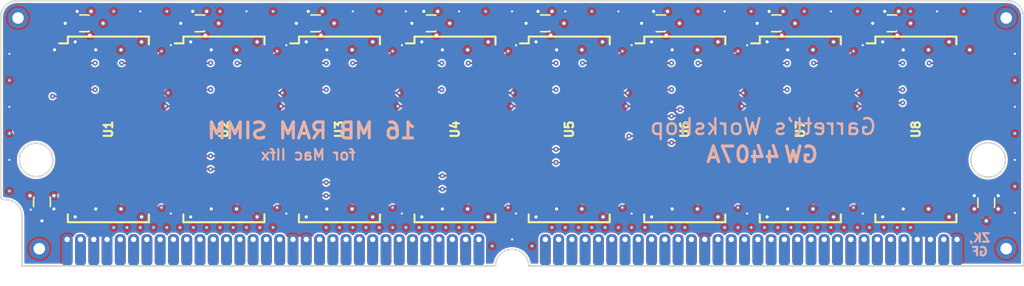
<source format=kicad_pcb>
(kicad_pcb (version 20211014) (generator pcbnew)
  (layers (0 "F.Cu" signal) (1 "In1.Cu" power) (2 "In2.Cu" signal) (31 "B.Cu" power) (34 "B.Paste" user) (35 "F.Paste" user) (36 "B.SilkS" user "B.Silkscreen") (37 "F.SilkS" user "F.Silkscreen") (38 "B.Mask" user) (39 "F.Mask" user) (44 "Edge.Cuts" user))
  (net 0 "")
  (net 1 "+5V")
  (net 2 "/D0")
  (net 3 "/D1")
  (net 4 "/D2")
  (net 5 "/D3")
  (net 6 "GND")
  (net 7 "/D4")
  (net 8 "/D5")
  (net 9 "/D6")
  (net 10 "/A11")
  (net 11 "/D7")
  (net 12 "/A0")
  (net 13 "/A1")
  (net 14 "/A2")
  (net 15 "/A3")
  (net 16 "/A4")
  (net 17 "/A5")
  (net 18 "/A6")
  (net 19 "/A7")
  (net 20 "/A8")
  (net 21 "/A9")
  (net 22 "/A10")
  (net 23 "/PDCO")
  (net 24 "/PDCI")
  (net 25 "/~{WWP}")
  (net 26 "/PQ")
  (net 27 "Net-(J1-Pad57)")
  (net 28 "Net-(J1-Pad56)")
  (net 29 "/~{RAS}")
  (net 30 "Net-(J1-Pad54)")
  (net 31 "/~{Q}B")
  (net 32 "/~{W}7")
  (net 33 "/Q7")
  (net 34 "Net-(J1-Pad49)")
  (net 35 "/~{W}6")
  (net 36 "/Q6")
  (net 37 "Net-(J1-Pad44)")
  (net 38 "Net-(J1-Pad43)")
  (net 39 "/~{W}5")
  (net 40 "/Q5")
  (net 41 "Net-(J1-Pad36)")
  (net 42 "/~{W}4")
  (net 43 "/Q4")
  (net 44 "Net-(J1-Pad30)")
  (net 45 "/~{W}3")
  (net 46 "/Q3")
  (net 47 "Net-(J1-Pad24)")
  (net 48 "/~{W}2")
  (net 49 "/Q2")
  (net 50 "Net-(J1-Pad16)")
  (net 51 "/~{W}1")
  (net 52 "/Q1")
  (net 53 "Net-(J1-Pad10)")
  (net 54 "/~{W}0")
  (net 55 "/Q0")
  (net 56 "/~{CAS}")
  (net 57 "Net-(J1-Pad2)")
  (net 58 "Net-(U1-Pad24)")
  (net 59 "Net-(U1-Pad22)")
  (net 60 "Net-(U1-Pad3)")
  (net 61 "Net-(U2-Pad3)")
  (net 62 "Net-(U2-Pad22)")
  (net 63 "Net-(U2-Pad24)")
  (net 64 "Net-(U3-Pad24)")
  (net 65 "Net-(U3-Pad22)")
  (net 66 "Net-(U3-Pad3)")
  (net 67 "Net-(U4-Pad3)")
  (net 68 "Net-(U4-Pad22)")
  (net 69 "Net-(U4-Pad24)")
  (net 70 "Net-(U5-Pad24)")
  (net 71 "Net-(U5-Pad22)")
  (net 72 "Net-(U5-Pad3)")
  (net 73 "Net-(U6-Pad3)")
  (net 74 "Net-(U6-Pad22)")
  (net 75 "Net-(U6-Pad24)")
  (net 76 "Net-(U7-Pad24)")
  (net 77 "Net-(U7-Pad22)")
  (net 78 "Net-(U7-Pad3)")
  (net 79 "Net-(U8-Pad3)")
  (net 80 "Net-(U8-Pad22)")
  (net 81 "Net-(U8-Pad24)")
  (footprint "stdpads:PasteHole_1.1mm_PTH" (layer "F.Cu") (at 167.894 125.984)
    (fp_text reference "H3")
    (fp_text value " " hide)
  )
  (footprint "stdpads:PasteHole_1.1mm_PTH" (layer "F.Cu") (at 75.438 125.984)
    (fp_text reference "H2")
    (fp_text value " " hide)
  )
  (footprint "stdpads:Fiducial" (layer "F.Cu") (at 165.354 125.984)
    (fp_text reference "FID3" hide)
    (fp_text value "Fiducial" hide)
  )
  (footprint "stdpads:Fiducial" (layer "F.Cu") (at 165.354 103.886)
    (fp_text reference "FID4" hide)
    (fp_text value "Fiducial" hide)
  )
  (footprint "stdpads:SOJ-24-26_300mil" (layer "F.Cu") (at 93.091 114.554)
    (fp_text reference "U2")
    (fp_text value "KM41C16000")
  )
  (footprint "stdpads:SOJ-24-26_300mil" (layer "F.Cu") (at 104.14 114.554)
    (fp_text reference "U3")
    (fp_text value "KM41C16000")
  )
  (footprint "stdpads:C_0805" (layer "F.Cu") (at 79.717 104.394)
    (fp_text reference "C1")
    (fp_text value "2u2")
  )
  (footprint "stdpads:C_0805" (layer "F.Cu") (at 90.766 104.394)
    (fp_text reference "C2")
    (fp_text value "2u2")
  )
  (footprint "stdpads:C_0805" (layer "F.Cu") (at 101.815 104.394)
    (fp_text reference "C3")
    (fp_text value "2u2")
  )
  (footprint "stdpads:C_0805" (layer "F.Cu") (at 123.786 104.394)
    (fp_text reference "C5")
    (fp_text value "2u2")
  )
  (footprint "stdpads:C_0805" (layer "F.Cu") (at 134.835 104.394)
    (fp_text reference "C6")
    (fp_text value "2u2")
  )
  (footprint "stdpads:C_0805" (layer "F.Cu") (at 145.884 104.394)
    (fp_text reference "C7")
    (fp_text value "2u2")
  )
  (footprint "stdpads:C_0805" (layer "F.Cu") (at 156.933 104.394)
    (fp_text reference "C8")
    (fp_text value "2u2")
  )
  (footprint "stdpads:C_0805" (layer "F.Cu") (at 112.864 104.394)
    (fp_text reference "C4")
    (fp_text value "2u2")
  )
  (footprint "stdpads:C_0805" (layer "F.Cu") (at 165.989 121.539 -90)
    (fp_text reference "C8")
    (fp_text value "2u2")
  )
  (footprint "stdpads:C_0805" (layer "F.Cu") (at 75.692 121.539 90)
    (fp_text reference "C8")
    (fp_text value "2u2")
  )
  (footprint "stdpads:SOJ-24-26_300mil" (layer "F.Cu") (at 126.111 114.554)
    (fp_text reference "U5")
    (fp_text value "KM41C16000")
  )
  (footprint "stdpads:SOJ-24-26_300mil" (layer "F.Cu") (at 137.16 114.554)
    (fp_text reference "U6")
    (fp_text value "KM41C16000")
  )
  (footprint "stdpads:Fiducial" (layer "F.Cu") (at 73.914 114.554)
    (fp_text reference "FID2" hide)
    (fp_text value "Fiducial" hide)
  )
  (footprint "stdpads:SOJ-24-26_300mil" (layer "F.Cu") (at 115.189 114.554)
    (fp_text reference "U4")
    (fp_text value "KM41C16000")
  )
  (footprint "stdpads:MacIIROMSIMM_Edge" (layer "F.Cu") (at 120.65 127.635)
    (fp_text reference "J1" hide)
    (fp_text value "IIfxRAM")
  )
  (footprint "stdpads:SOJ-24-26_300mil" (layer "F.Cu") (at 82.042 114.554)
    (fp_text reference "U1")
    (fp_text value "KM41C16000")
  )
  (footprint "stdpads:SOJ-24-26_300mil" (layer "F.Cu") (at 159.258 114.554)
    (fp_text reference "U8")
    (fp_text value "KM41C16000")
  )
  (footprint "stdpads:SOJ-24-26_300mil" (layer "F.Cu") (at 148.209 114.554)
    (fp_text reference "U7")
    (fp_text value "KM41C16000")
  )
  (footprint "stdpads:PasteHole_1.1mm_PTH" (layer "F.Cu") (at 167.894 103.886)
    (fp_text reference "H4")
    (fp_text value " " hide)
  )
  (footprint "stdpads:PasteHole_1.1mm_PTH" (layer "F.Cu") (at 73.406 103.886)
    (fp_text reference "H1")
    (fp_text value " " hide)
  )
  (footprint "stdpads:Fiducial" (layer "F.Cu") (at 75.946 103.886)
    (fp_text reference "FID1" hide)
    (fp_text value "Fiducial" hide)
  )
  (gr_arc (start 119.0625 127.635) (mid 120.65 126.0475) (end 122.2375 127.635) (layer "Edge.Cuts") (width 0.15))
  (gr_arc (start 72.1995 121.285) (mid 73.322032 121.749968) (end 73.787 122.8725) (layer "Edge.Cuts") (width 0.15))
  (gr_line (start 71.755 120.904) (end 71.755 103.759) (layer "Edge.Cuts") (width 0.15))
  (gr_line (start 169.545 127.635) (end 169.545 103.759) (layer "Edge.Cuts") (width 0.15))
  (gr_line (start 122.2375 127.635) (end 169.545 127.635) (layer "Edge.Cuts") (width 0.15))
  (gr_line (start 73.787 127.635) (end 119.0625 127.635) (layer "Edge.Cuts") (width 0.15))
  (gr_line (start 73.787 122.8725) (end 73.787 127.635) (layer "Edge.Cuts") (width 0.15))
  (gr_line (start 72.136 121.285) (end 72.1995 121.285) (layer "Edge.Cuts") (width 0.15))
  (gr_line (start 73.279 102.235) (end 168.021 102.235) (layer "Edge.Cuts") (width 0.15))
  (gr_circle (center 75.1332 117.475) (end 76.7332 117.475) (layer "Edge.Cuts") (width 0.15) (fill none))
  (gr_arc (start 71.755 103.759) (mid 72.201369 102.681369) (end 73.279 102.235) (layer "Edge.Cuts") (width 0.15))
  (gr_arc (start 72.136 121.285) (mid 71.866592 121.173408) (end 71.755 120.904) (layer "Edge.Cuts") (width 0.15))
  (gr_circle (center 166.1668 117.475) (end 167.8178 117.475) (layer "Edge.Cuts") (width 0.15) (fill none))
  (gr_arc (start 168.021 102.235) (mid 169.098631 102.681369) (end 169.545 103.759) (layer "Edge.Cuts") (width 0.15))
  (gr_text "16 MB RAM SIMM" (at 101.473 114.681) (layer "B.SilkS") (effects (font (size 1.524 1.524) (thickness 0.3)) (justify mirror)))
  (gr_text "Garrett’s Workshop" (at 144.653 114.3) (layer "B.SilkS") (effects (font (size 1.524 1.524) (thickness 0.225)) (justify mirror)))
  (gr_text "4407A" (at 146.452286 116.967) (layer "B.SilkS") (effects (font (size 1.5 1.5) (thickness 0.3)) (justify left mirror)))
  (gr_text "GW" (at 146.472714 116.967) (layer "B.SilkS") (effects (font (size 1.5 1.5) (thickness 0.3)) (justify right mirror)))
  (gr_text "for Mac IIfx" (at 101.1428 116.9924) (layer "B.SilkS") (effects (font (size 1.016 1.016) (thickness 0.2032)) (justify mirror)))
  (gr_text "ZK,\nGF" (at 165.354 125.603) (layer "B.SilkS") (effects (font (size 0.8128 0.8128) (thickness 0.2032)) (justify mirror)))
  (segment (start 89.916 122.174) (end 91.8845 122.174) (width 0.6) (layer "F.Cu") (net 1))
  (segment (start 89.916 106.934) (end 91.8845 106.934) (width 0.6) (layer "F.Cu") (net 1))
  (segment (start 89.916 106.934) (end 89.916 106.172) (width 0.6) (layer "F.Cu") (net 1))
  (segment (start 89.916 122.174) (end 89.916 122.936) (width 0.6) (layer "F.Cu") (net 1))
  (segment (start 88.011 106.7435) (end 88.011 106.4895) (width 0.5) (layer "F.Cu") (net 1))
  (segment (start 88.2015 122.174) (end 88.011 122.3645) (width 0.5) (layer "F.Cu") (net 1))
  (segment (start 88.011 122.3645) (end 88.011 122.6185) (width 0.5) (layer "F.Cu") (net 1))
  (segment (start 89.916 106.934) (end 88.2015 106.934) (width 0.5) (layer "F.Cu") (net 1))
  (segment (start 89.916 122.174) (end 88.2015 122.174) (width 0.5) (layer "F.Cu") (net 1))
  (segment (start 88.2015 106.934) (end 88.011 106.7435) (width 0.5) (layer "F.Cu") (net 1))
  (segment (start 100.965 106.934) (end 100.965 106.172) (width 0.6) (layer "F.Cu") (net 1))
  (segment (start 99.06 106.7435) (end 99.06 106.4895) (width 0.5) (layer "F.Cu") (net 1))
  (segment (start 100.965 122.174) (end 100.965 122.936) (width 0.6) (layer "F.Cu") (net 1))
  (segment (start 100.965 106.934) (end 99.2505 106.934) (width 0.5) (layer "F.Cu") (net 1))
  (segment (start 99.06 122.3645) (end 99.06 122.6185) (width 0.5) (layer "F.Cu") (net 1))
  (segment (start 100.965 122.174) (end 99.2505 122.174) (width 0.5) (layer "F.Cu") (net 1))
  (segment (start 100.965 122.174) (end 102.9335 122.174) (width 0.6) (layer "F.Cu") (net 1))
  (segment (start 99.2505 122.174) (end 99.06 122.3645) (width 0.5) (layer "F.Cu") (net 1))
  (segment (start 100.965 106.934) (end 102.9335 106.934) (width 0.6) (layer "F.Cu") (net 1))
  (segment (start 99.2505 106.934) (end 99.06 106.7435) (width 0.5) (layer "F.Cu") (net 1))
  (segment (start 122.936 106.934) (end 124.9045 106.934) (width 0.6) (layer "F.Cu") (net 1))
  (segment (start 121.2215 106.934) (end 121.031 106.7435) (width 0.5) (layer "F.Cu") (net 1))
  (segment (start 122.936 122.174) (end 122.936 122.936) (width 0.6) (layer "F.Cu") (net 1))
  (segment (start 121.031 106.7435) (end 121.031 106.4895) (width 0.5) (layer "F.Cu") (net 1))
  (segment (start 122.936 106.934) (end 122.936 106.172) (width 0.6) (layer "F.Cu") (net 1))
  (segment (start 121.2215 122.174) (end 121.031 122.3645) (width 0.5) (layer "F.Cu") (net 1))
  (segment (start 122.936 122.174) (end 121.2215 122.174) (width 0.5) (layer "F.Cu") (net 1))
  (segment (start 121.031 122.3645) (end 121.031 122.6185) (width 0.5) (layer "F.Cu") (net 1))
  (segment (start 122.936 122.174) (end 124.9045 122.174) (width 0.6) (layer "F.Cu") (net 1))
  (segment (start 122.936 106.934) (end 121.2215 106.934) (width 0.5) (layer "F.Cu") (net 1))
  (segment (start 133.985 122.174) (end 132.2705 122.174) (width 0.5) (layer "F.Cu") (net 1))
  (segment (start 133.985 106.934) (end 132.2705 106.934) (width 0.5) (layer "F.Cu") (net 1))
  (segment (start 132.2705 122.174) (end 132.08 122.3645) (width 0.5) (layer "F.Cu") (net 1))
  (segment (start 132.08 122.3645) (end 132.08 122.6185) (width 0.5) (layer "F.Cu") (net 1))
  (segment (start 133.985 106.934) (end 133.985 106.172) (width 0.6) (layer "F.Cu") (net 1))
  (segment (start 133.985 122.174) (end 135.9535 122.174) (width 0.6) (layer "F.Cu") (net 1))
  (segment (start 132.2705 106.934) (end 132.08 106.7435) (width 0.5) (layer "F.Cu") (net 1))
  (segment (start 132.08 106.7435) (end 132.08 106.4895) (width 0.5) (layer "F.Cu") (net 1))
  (segment (start 133.985 122.174) (end 133.985 122.936) (width 0.6) (layer "F.Cu") (net 1))
  (segment (start 133.985 106.934) (end 135.9535 106.934) (width 0.6) (layer "F.Cu") (net 1))
  (segment (start 145.034 106.934) (end 147.0025 106.934) (width 0.6) (layer "F.Cu") (net 1))
  (segment (start 145.034 122.174) (end 143.3195 122.174) (width 0.5) (layer "F.Cu") (net 1))
  (segment (start 143.129 122.3645) (end 143.129 122.6185) (width 0.5) (layer "F.Cu") (net 1))
  (segment (start 145.034 106.934) (end 145.034 106.172) (width 0.6) (layer "F.Cu") (net 1))
  (segment (start 145.034 106.934) (end 143.3195 106.934) (width 0.5) (layer "F.Cu") (net 1))
  (segment (start 145.034 122.174) (end 147.0025 122.174) (width 0.6) (layer "F.Cu") (net 1))
  (segment (start 143.3195 122.174) (end 143.129 122.3645) (width 0.5) (layer "F.Cu") (net 1))
  (segment (start 143.3195 106.934) (end 143.129 106.7435) (width 0.5) (layer "F.Cu") (net 1))
  (segment (start 143.129 106.7435) (end 143.129 106.4895) (width 0.5) (layer "F.Cu") (net 1))
  (segment (start 145.034 122.174) (end 145.034 122.936) (width 0.6) (layer "F.Cu") (net 1))
  (segment (start 154.178 122.3645) (end 154.178 122.6185) (width 0.5) (layer "F.Cu") (net 1))
  (segment (start 156.083 106.934) (end 154.3685 106.934) (width 0.5) (layer "F.Cu") (net 1))
  (segment (start 156.083 106.934) (end 156.083 106.172) (width 0.6) (layer "F.Cu") (net 1))
  (segment (start 156.083 106.934) (end 158.0515 106.934) (width 0.6) (layer "F.Cu") (net 1))
  (segment (start 154.3685 122.174) (end 154.178 122.3645) (width 0.5) (layer "F.Cu") (net 1))
  (segment (start 156.083 122.174) (end 158.0515 122.174) (width 0.6) (layer "F.Cu") (net 1))
  (segment (start 156.083 122.174) (end 154.3685 122.174) (width 0.5) (layer "F.Cu") (net 1))
  (segment (start 154.3685 106.934) (end 154.178 106.7435) (width 0.5) (layer "F.Cu") (net 1))
  (segment (start 156.083 122.174) (end 156.083 122.936) (width 0.6) (layer "F.Cu") (net 1))
  (segment (start 154.178 106.7435) (end 154.178 106.4895) (width 0.5) (layer "F.Cu") (net 1))
  (segment (start 112.014 122.174) (end 110.2995 122.174) (width 0.5) (layer "F.Cu") (net 1))
  (segment (start 110.2995 122.174) (end 110.109 122.3645) (width 0.5) (layer "F.Cu") (net 1))
  (segment (start 110.109 122.3645) (end 110.109 122.6185) (width 0.5) (layer "F.Cu") (net 1))
  (segment (start 112.014 122.174) (end 113.9825 122.174) (width 0.6) (layer "F.Cu") (net 1))
  (segment (start 112.014 122.174) (end 112.014 122.936) (width 0.6) (layer "F.Cu") (net 1))
  (segment (start 112.014 106.934) (end 110.2995 106.934) (width 0.5) (layer "F.Cu") (net 1))
  (segment (start 112.014 106.934) (end 112.014 106.172) (width 0.6) (layer "F.Cu") (net 1))
  (segment (start 110.2995 106.934) (end 110.109 106.7435) (width 0.5) (layer "F.Cu") (net 1))
  (segment (start 110.109 106.7435) (end 110.109 106.4895) (width 0.5) (layer "F.Cu") (net 1))
  (segment (start 112.014 106.934) (end 113.9825 106.934) (width 0.6) (layer "F.Cu") (net 1))
  (segment (start 89.916 104.394) (end 89.916 106.172) (width 0.8) (layer "F.Cu") (net 1))
  (segment (start 89.916 104.394) (end 88.9635 104.394) (width 0.6) (layer "F.Cu") (net 1))
  (segment (start 89.916 103.4415) (end 90.1065 103.251) (width 0.6) (layer "F.Cu") (net 1))
  (segment (start 89.916 104.394) (end 89.916 103.4415) (width 0.6) (layer "F.Cu") (net 1))
  (segment (start 100.965 104.394) (end 100.965 106.172) (width 0.8) (layer "F.Cu") (net 1))
  (segment (start 100.965 103.4415) (end 101.1555 103.251) (width 0.6) (layer "F.Cu") (net 1))
  (segment (start 100.965 104.394) (end 100.0125 104.394) (width 0.6) (layer "F.Cu") (net 1))
  (segment (start 100.965 104.394) (end 100.965 103.4415) (width 0.6) (layer "F.Cu") (net 1))
  (segment (start 112.014 104.394) (end 111.0615 104.394) (width 0.6) (layer "F.Cu") (net 1))
  (segment (start 112.014 104.394) (end 112.014 103.4415) (width 0.6) (layer "F.Cu") (net 1))
  (segment (start 112.014 103.4415) (end 112.2045 103.251) (width 0.6) (layer "F.Cu") (net 1))
  (segment (start 112.014 104.394) (end 112.014 106.172) (width 0.8) (layer "F.Cu") (net 1))
  (segment (start 122.936 104.394) (end 122.936 106.172) (width 0.8) (layer "F.Cu") (net 1))
  (segment (start 122.936 103.4415) (end 123.1265 103.251) (width 0.6) (layer "F.Cu") (net 1))
  (segment (start 122.936 104.394) (end 122.936 103.4415) (width 0.6) (layer "F.Cu") (net 1))
  (segment (start 122.936 104.394) (end 121.9835 104.394) (width 0.6) (layer "F.Cu") (net 1))
  (segment (start 133.985 104.394) (end 133.0325 104.394) (width 0.6) (layer "F.Cu") (net 1))
  (segment (start 133.985 104.394) (end 133.985 106.172) (width 0.8) (layer "F.Cu") (net 1))
  (segment (start 133.985 104.394) (end 133.985 103.4415) (width 0.6) (layer "F.Cu") (net 1))
  (segment (start 133.985 103.4415) (end 134.1755 103.251) (width 0.6) (layer "F.Cu") (net 1))
  (segment (start 145.034 104.394) (end 145.034 106.172) (width 0.8) (layer "F.Cu") (net 1))
  (segment (start 145.034 104.394) (end 144.0815 104.394) (width 0.6) (layer "F.Cu") (net 1))
  (segment (start 145.034 104.394) (end 145.034 103.4415) (width 0.6) (layer "F.Cu") (net 1))
  (segment (start 145.034 103.4415) (end 145.2245 103.251) (width 0.6) (layer "F.Cu") (net 1))
  (segment (start 156.083 104.394) (end 156.083 103.4415) (width 0.6) (layer "F.Cu") (net 1))
  (segment (start 156.083 104.394) (end 156.083 106.172) (width 0.8) (layer "F.Cu") (net 1))
  (segment (start 156.083 103.4415) (end 156.2735 103.251) (width 0.6) (layer "F.Cu") (net 1))
  (segment (start 156.083 104.394) (end 155.1305 104.394) (width 0.6) (layer "F.Cu") (net 1))
  (segment (start 165.061 120.689) (end 164.846 120.904) (width 0.6) (layer "F.Cu") (net 1))
  (segment (start 165.989 120.689) (end 165.061 120.689) (width 0.6) (layer "F.Cu") (net 1))
  (segment (start 76.62 122.389) (end 76.835 122.174) (width 0.6) (layer "F.Cu") (net 1))
  (segment (start 75.692 122.389) (end 76.62 122.389) (width 0.6) (layer "F.Cu") (net 1))
  (segment (start 75.692 122.389) (end 75.692 123.317) (width 0.6) (layer "F.Cu") (net 1))
  (segment (start 78.867 103.4415) (end 79.0575 103.251) (width 0.6) (layer "F.Cu") (net 1))
  (segment (start 78.867 106.934) (end 80.8355 106.934) (width 0.6) (layer "F.Cu") (net 1))
  (segment (start 78.867 104.394) (end 78.867 106.172) (width 0.8) (layer "F.Cu") (net 1))
  (segment (start 78.867 106.934) (end 78.867 106.172) (width 0.6) (layer "F.Cu") (net 1))
  (segment (start 74.764 122.389) (end 74.6125 122.2375) (width 0.5) (layer "F.Cu") (net 1))
  (segment (start 78.867 122.174) (end 80.8355 122.174) (width 0.6) (layer "F.Cu") (net 1))
  (segment (start 78.867 122.174) (end 78.867 122.936) (width 0.6) (layer "F.Cu") (net 1))
  (segment (start 78.867 104.394) (end 78.867 103.4415) (width 0.6) (layer "F.Cu") (net 1))
  (segment (start 166.917 120.689) (end 167.132 120.904) (width 0.6) (layer "F.Cu") (net 1))
  (segment (start 165.989 120.689) (end 166.917 120.689) (width 0.6) (layer "F.Cu") (net 1))
  (segment (start 75.692 122.389) (end 74.764 122.389) (width 0.5) (layer "F.Cu") (net 1))
  (segment (start 78.867 106.934) (end 76.8985 106.934) (width 0.6) (layer "F.Cu") (net 1))
  (segment (start 76.835 122.174) (end 78.867 122.174) (width 0.6) (layer "F.Cu") (net 1))
  (segment (start 78.867 104.394) (end 77.9145 104.394) (width 0.6) (layer "F.Cu") (net 1))
  (via (at 72.5805 117.475) (size 0.508) (drill 0.2) (layers "F.Cu" "B.Cu") (net 1))
  (via (at 168.7195 117.475) (size 0.508) (drill 0.2) (layers "F.Cu" "B.Cu") (net 1))
  (via (at 120.65 125.095) (size 0.508) (drill 0.2) (layers "F.Cu" "B.Cu") (net 1))
  (via (at 91.8845 122.174) (size 0.6) (drill 0.3) (layers "F.Cu" "B.Cu") (net 1))
  (via (at 91.8845 106.934) (size 0.6) (drill 0.3) (layers "F.Cu" "B.Cu") (net 1))
  (via (at 89.916 106.172) (size 0.6) (drill 0.3) (layers "F.Cu" "B.Cu") (net 1))
  (via (at 89.916 122.936) (size 0.6) (drill 0.3) (layers "F.Cu" "B.Cu") (net 1))
  (via (at 88.011 122.6185) (size 0.5) (drill 0.2) (layers "F.Cu" "B.Cu") (net 1))
  (via (at 88.011 106.4895) (size 0.5) (drill 0.2) (layers "F.Cu" "B.Cu") (net 1))
  (via (at 99.06 122.6185) (size 0.5) (drill 0.2) (layers "F.Cu" "B.Cu") (net 1))
  (via (at 99.06 106.4895) (size 0.5) (drill 0.2) (layers "F.Cu" "B.Cu") (net 1))
  (via (at 102.9335 106.934) (size 0.6) (drill 0.3) (layers "F.Cu" "B.Cu") (net 1))
  (via (at 100.965 122.936) (size 0.6) (drill 0.3) (layers "F.Cu" "B.Cu") (net 1))
  (via (at 102.9335 122.174) (size 0.6) (drill 0.3) (layers "F.Cu" "B.Cu") (net 1))
  (via (at 100.965 106.172) (size 0.6) (drill 0.3) (layers "F.Cu" "B.Cu") (net 1))
  (via (at 122.936 106.172) (size 0.6) (drill 0.3) (layers "F.Cu" "B.Cu") (net 1))
  (via (at 122.936 122.936) (size 0.6) (drill 0.3) (layers "F.Cu" "B.Cu") (net 1))
  (via (at 121.031 122.6185) (size 0.5) (drill 0.2) (layers "F.Cu" "B.Cu") (net 1))
  (via (at 124.9045 106.934) (size 0.6) (drill 0.3) (layers "F.Cu" "B.Cu") (net 1))
  (via (at 121.031 106.4895) (size 0.5) (drill 0.2) (layers "F.Cu" "B.Cu") (net 1))
  (via (at 124.9045 122.174) (size 0.6) (drill 0.3) (layers "F.Cu" "B.Cu") (net 1))
  (via (at 135.9535 122.174) (size 0.6) (drill 0.3) (layers "F.Cu" "B.Cu") (net 1))
  (via (at 135.9535 106.934) (size 0.6) (drill 0.3) (layers "F.Cu" "B.Cu") (net 1))
  (via (at 133.985 122.936) (size 0.6) (drill 0.3) (layers "F.Cu" "B.Cu") (net 1))
  (via (at 132.08 122.6185) (size 0.5) (drill 0.2) (layers "F.Cu" "B.Cu") (net 1))
  (via (at 132.08 106.4895) (size 0.5) (drill 0.2) (layers "F.Cu" "B.Cu") (net 1))
  (via (at 133.985 106.172) (size 0.6) (drill 0.3) (layers "F.Cu" "B.Cu") (net 1))
  (via (at 147.0025 122.174) (size 0.6) (drill 0.3) (layers "F.Cu" "B.Cu") (net 1))
  (via (at 147.0025 106.934) (size 0.6) (drill 0.3) (layers "F.Cu" "B.Cu") (net 1))
  (via (at 143.129 122.6185) (size 0.5) (drill 0.2) (layers "F.Cu" "B.Cu") (net 1))
  (via (at 145.034 122.936) (size 0.6) (drill 0.3) (layers "F.Cu" "B.Cu") (net 1))
  (via (at 143.129 106.4895) (size 0.5) (drill 0.2) (layers "F.Cu" "B.Cu") (net 1))
  (via (at 145.034 106.172) (size 0.6) (drill 0.3) (layers "F.Cu" "B.Cu") (net 1))
  (via (at 158.0515 122.174) (size 0.6) (drill 0.3) (layers "F.Cu" "B.Cu") (net 1))
  (via (at 158.0515 106.934) (size 0.6) (drill 0.3) (layers "F.Cu" "B.Cu") (net 1))
  (via (at 154.178 122.6185) (size 0.5) (drill 0.2) (layers "F.Cu" "B.Cu") (net 1))
  (via (at 156.083 122.936) (size 0.6) (drill 0.3) (layers "F.Cu" "B.Cu") (net 1))
  (via (at 154.178 106.4895) (size 0.5) (drill 0.2) (layers "F.Cu" "B.Cu") (net 1))
  (via (at 156.083 106.172) (size 0.6) (drill 0.3) (layers "F.Cu" "B.Cu") (net 1))
  (via (at 113.9825 122.174) (size 0.6) (drill 0.3) (layers "F.Cu" "B.Cu") (net 1))
  (via (at 112.014 122.936) (size 0.6) (drill 0.3) (layers "F.Cu" "B.Cu") (net 1))
  (via (at 110.109 122.6185) (size 0.5) (drill 0.2) (layers "F.Cu" "B.Cu") (net 1))
  (via (at 113.9825 106.934) (size 0.6) (drill 0.3) (layers "F.Cu" "B.Cu") (net 1))
  (via (at 110.109 106.4895) (size 0.5) (drill 0.2) (layers "F.Cu" "B.Cu") (net 1))
  (via (at 112.014 106.172) (size 0.6) (drill 0.3) (layers "F.Cu" "B.Cu") (net 1))
  (via (at 88.9635 104.394) (size 0.6) (drill 0.3) (layers "F.Cu" "B.Cu") (net 1))
  (via (at 90.1065 103.251) (size 0.6) (drill 0.3) (layers "F.Cu" "B.Cu") (net 1))
  (via (at 100.0125 104.394) (size 0.6) (drill 0.3) (layers "F.Cu" "B.Cu") (net 1))
  (via (at 101.1555 103.251) (size 0.6) (drill 0.3) (layers "F.Cu" "B.Cu") (net 1))
  (via (at 112.2045 103.251) (size 0.6) (drill 0.3) (layers "F.Cu" "B.Cu") (net 1))
  (via (at 111.0615 104.394) (size 0.6) (drill 0.3) (layers "F.Cu" "B.Cu") (net 1))
  (via (at 123.1265 103.251) (size 0.6) (drill 0.3) (layers "F.Cu" "B.Cu") (net 1))
  (via (at 121.9835 104.394) (size 0.6) (drill 0.3) (layers "F.Cu" "B.Cu") (net 1))
  (via (at 133.0325 104.394) (size 0.6) (drill 0.3) (layers "F.Cu" "B.Cu") (net 1))
  (via (at 134.1755 103.251) (size 0.6) (drill 0.3) (layers "F.Cu" "B.Cu") (net 1))
  (via (at 145.2245 103.251) (size 0.6) (drill 0.3) (layers "F.Cu" "B.Cu") (net 1))
  (via (at 144.0815 104.394) (size 0.6) (drill 0.3) (layers "F.Cu" "B.Cu") (net 1))
  (via (at 156.2735 103.251) (size 0.6) (drill 0.3) (layers "F.Cu" "B.Cu") (net 1))
  (via (at 155.1305 104.394) (size 0.6) (drill 0.3) (layers "F.Cu" "B.Cu") (net 1))
  (via (at 164.846 120.904) (size 0.6) (drill 0.3) (layers "F.Cu" "B.Cu") (net 1))
  (via (at 76.835 122.174) (size 0.6) (drill 0.3) (layers "F.Cu" "B.Cu") (net 1))
  (via (at 75.692 123.317) (size 0.6) (drill 0.3) (layers "F.Cu" "B.Cu") (net 1))
  (via (at 72.5805 112.395) (size 0.508) (drill 0.2) (layers "F.Cu" "B.Cu") (net 1))
  (via (at 72.5805 107.315) (size 0.508) (drill 0.2) (layers "F.Cu" "B.Cu") (net 1))
  (via (at 168.7195 122.555) (size 0.508) (drill 0.2) (layers "F.Cu" "B.Cu") (net 1))
  (via (at 168.7195 112.395) (size 0.508) (drill 0.2) (layers "F.Cu" "B.Cu") (net 1))
  (via (at 168.7195 107.315) (size 0.508) (drill 0.2) (layers "F.Cu" "B.Cu") (net 1))
  (via (at 120.65 103.251) (size 0.508) (drill 0.2) (layers "F.Cu" "B.Cu") (net 1))
  (via (at 115.57 103.251) (size 0.508) (drill 0.2) (layers "F.Cu" "B.Cu") (net 1))
  (via (at 125.73 103.251) (size 0.508) (drill 0.2) (layers "F.Cu" "B.Cu") (net 1))
  (via (at 130.81 103.251) (size 0.508) (drill 0.2) (layers "F.Cu" "B.Cu") (net 1))
  (via (at 140.97 103.251) (size 0.508) (drill 0.2) (layers "F.Cu" "B.Cu") (net 1))
  (via (at 151.13 103.251) (size 0.508) (drill 0.2) (layers "F.Cu" "B.Cu") (net 1))
  (via (at 110.49 103.251) (size 0.508) (drill 0.2) (layers "F.Cu" "B.Cu") (net 1))
  (via (at 105.41 103.251) (size 0.508) (drill 0.2) (layers "F.Cu" "B.Cu") (net 1))
  (via (at 95.25 103.251) (size 0.508) (drill 0.2) (layers "F.Cu" "B.Cu") (net 1))
  (via (at 85.09 103.251) (size 0.508) (drill 0.2) (layers "F.Cu" "B.Cu") (net 1))
  (via (at 161.29 103.251) (size 0.508) (drill 0.2) (layers "F.Cu" "B.Cu") (net 1))
  (via (at 74.6125 122.2375) (size 0.5) (drill 0.2) (layers "F.Cu" "B.Cu") (net 1))
  (via (at 79.0575 103.251) (size 0.6) (drill 0.3) (layers "F.Cu" "B.Cu") (net 1))
  (via (at 80.8355 122.174) (size 0.6) (drill 0.3) (layers "F.Cu" "B.Cu") (net 1))
  (via (at 80.8355 106.934) (size 0.6) (drill 0.3) (layers "F.Cu" "B.Cu") (net 1))
  (via (at 76.8985 106.934) (size 0.6) (drill 0.3) (layers "F.Cu" "B.Cu") (net 1))
  (via (at 167.132 120.904) (size 0.6) (drill 0.3) (layers "F.Cu" "B.Cu") (net 1))
  (via (at 78.867 106.172) (size 0.6) (drill 0.3) (layers "F.Cu" "B.Cu") (net 1))
  (via (at 77.9145 104.394) (size 0.6) (drill 0.3) (layers "F.Cu" "B.Cu") (net 1))
  (via (at 78.867 122.936) (size 0.6) (drill 0.3) (layers "F.Cu" "B.Cu") (net 1))
  (segment (start 160.655 125.095) (end 160.655 124.46) (width 1) (layer "B.Cu") (net 1))
  (segment (start 81.915 125.095) (end 81.915 124.714) (width 1) (layer "B.Cu") (net 1))
  (segment (start 80.645 125.095) (end 80.645 124.46) (width 1) (layer "B.Cu") (net 1))
  (segment (start 159.385 125.095) (end 159.385 124.714) (width 1) (layer "B.Cu") (net 1))
  (segment (start 78.867 108.204) (end 80.772 108.204) (width 0.15) (layer "F.Cu") (net 2))
  (via (at 80.772 108.204) (size 0.5) (drill 0.2) (layers "F.Cu" "B.Cu") (net 2))
  (segment (start 91.821 108.204) (end 89.916 108.204) (width 0.15) (layer "F.Cu") (net 3))
  (via (at 91.821 108.204) (size 0.5) (drill 0.2) (layers "F.Cu" "B.Cu") (net 3))
  (segment (start 102.87 108.204) (end 100.965 108.204) (width 0.15) (layer "F.Cu") (net 4))
  (via (at 102.87 108.204) (size 0.5) (drill 0.2) (layers "F.Cu" "B.Cu") (net 4))
  (segment (start 112.014 108.204) (end 113.919 108.204) (width 0.15) (layer "F.Cu") (net 5))
  (via (at 113.919 108.204) (size 0.5) (drill 0.2) (layers "F.Cu" "B.Cu") (net 5))
  (segment (start 96.266 122.174) (end 98.044 122.174) (width 0.5) (layer "F.Cu") (net 6))
  (segment (start 98.044 122.174) (end 98.171 122.047) (width 0.5) (layer "F.Cu") (net 6))
  (segment (start 96.266 106.934) (end 96.266 106.172) (width 0.6) (layer "F.Cu") (net 6))
  (segment (start 96.266 122.174) (end 94.2975 122.174) (width 0.6) (layer "F.Cu") (net 6))
  (segment (start 96.266 122.174) (end 96.266 122.936) (width 0.6) (layer "F.Cu") (net 6))
  (segment (start 96.266 106.934) (end 94.2975 106.934) (width 0.6) (layer "F.Cu") (net 6))
  (segment (start 96.266 106.934) (end 98.044 106.934) (width 0.5) (layer "F.Cu") (net 6))
  (segment (start 98.044 106.934) (end 98.171 107.061) (width 0.5) (layer "F.Cu") (net 6))
  (segment (start 109.093 122.174) (end 109.22 122.047) (width 0.5) (layer "F.Cu") (net 6))
  (segment (start 107.315 122.174) (end 107.315 122.936) (width 0.6) (layer "F.Cu") (net 6))
  (segment (start 109.093 106.934) (end 109.22 107.061) (width 0.5) (layer "F.Cu") (net 6))
  (segment (start 107.315 106.934) (end 105.3465 106.934) (width 0.6) (layer "F.Cu") (net 6))
  (segment (start 107.315 122.174) (end 105.3465 122.174) (width 0.6) (layer "F.Cu") (net 6))
  (segment (start 107.315 122.174) (end 109.093 122.174) (width 0.5) (layer "F.Cu") (net 6))
  (segment (start 107.315 106.934) (end 107.315 106.172) (width 0.6) (layer "F.Cu") (net 6))
  (segment (start 107.315 106.934) (end 109.093 106.934) (width 0.5) (layer "F.Cu") (net 6))
  (segment (start 129.286 106.934) (end 131.064 106.934) (width 0.5) (layer "F.Cu") (net 6))
  (segment (start 129.286 106.934) (end 129.286 106.172) (width 0.6) (layer "F.Cu") (net 6))
  (segment (start 131.064 106.934) (end 131.191 107.061) (width 0.5) (layer "F.Cu") (net 6))
  (segment (start 131.064 122.174) (end 131.191 122.047) (width 0.5) (layer "F.Cu") (net 6))
  (segment (start 129.286 122.174) (end 131.064 122.174) (width 0.5) (layer "F.Cu") (net 6))
  (segment (start 129.286 122.174) (end 127.3175 122.174) (width 0.6) (layer "F.Cu") (net 6))
  (segment (start 129.286 106.934) (end 127.3175 106.934) (width 0.6) (layer "F.Cu") (net 6))
  (segment (start 140.335 106.934) (end 138.3665 106.934) (width 0.6) (layer "F.Cu") (net 6))
  (segment (start 140.335 122.174) (end 138.3665 122.174) (width 0.6) (layer "F.Cu") (net 6))
  (segment (start 140.335 122.174) (end 142.113 122.174) (width 0.5) (layer "F.Cu") (net 6))
  (segment (start 142.113 106.934) (end 142.24 107.061) (width 0.5) (layer "F.Cu") (net 6))
  (segment (start 140.335 122.174) (end 140.335 122.936) (width 0.6) (layer "F.Cu") (net 6))
  (segment (start 142.113 122.174) (end 142.24 122.047) (width 0.5) (layer "F.Cu") (net 6))
  (segment (start 140.335 106.934) (end 142.113 106.934) (width 0.5) (layer "F.Cu") (net 6))
  (segment (start 140.335 106.934) (end 140.335 106.172) (width 0.6) (layer "F.Cu") (net 6))
  (segment (start 151.384 122.174) (end 153.162 122.174) (width 0.5) (layer "F.Cu") (net 6))
  (segment (start 151.384 106.934) (end 149.4155 106.934) (width 0.6) (layer "F.Cu") (net 6))
  (segment (start 151.384 122.174) (end 149.4155 122.174) (width 0.6) (layer "F.Cu") (net 6))
  (segment (start 153.162 106.934) (end 153.289 107.061) (width 0.5) (layer "F.Cu") (net 6))
  (segment (start 151.384 122.174) (end 151.384 122.936) (width 0.6) (layer "F.Cu") (net 6))
  (segment (start 153.162 122.174) (end 153.289 122.047) (width 0.5) (layer "F.Cu") (net 6))
  (segment (start 151.384 106.934) (end 153.162 106.934) (width 0.5) (layer "F.Cu") (net 6))
  (segment (start 151.384 106.934) (end 151.384 106.172) (width 0.6) (layer "F.Cu") (net 6))
  (segment (start 162.433 122.174) (end 160.4645 122.174) (width 0.6) (layer "F.Cu") (net 6))
  (segment (start 162.433 106.934) (end 160.4645 106.934) (width 0.6) (layer "F.Cu") (net 6))
  (segment (start 162.433 122.174) (end 162.433 122.936) (width 0.6) (layer "F.Cu") (net 6))
  (segment (start 162.433 106.934) (end 162.433 106.172) (width 0.6) (layer "F.Cu") (net 6))
  (segment (start 118.364 122.174) (end 116.3955 122.174) (width 0.6) (layer "F.Cu") (net 6))
  (segment (start 118.364 122.174) (end 120.142 122.174) (width 0.5) (layer "F.Cu") (net 6))
  (segment (start 118.364 122.174) (end 118.364 122.936) (width 0.6) (layer "F.Cu") (net 6))
  (segment (start 120.142 122.174) (end 120.269 122.047) (width 0.5) (layer "F.Cu") (net 6))
  (segment (start 118.364 106.934) (end 116.3955 106.934) (width 0.6) (layer "F.Cu") (net 6))
  (segment (start 120.142 106.934) (end 120.269 107.061) (width 0.5) (layer "F.Cu") (net 6))
  (segment (start 118.364 106.934) (end 120.142 106.934) (width 0.5) (layer "F.Cu") (net 6))
  (segment (start 118.364 106.934) (end 118.364 106.172) (width 0.6) (layer "F.Cu") (net 6))
  (segment (start 91.616 103.427) (end 91.44 103.251) (width 0.6) (layer "F.Cu") (net 6))
  (segment (start 91.616 104.394) (end 91.616 103.427) (width 0.6) (layer "F.Cu") (net 6))
  (segment (start 91.313 105.537) (end 91.44 105.537) (width 0.6) (layer "F.Cu") (net 6))
  (segment (start 91.616 104.394) (end 92.583 104.394) (width 0.6) (layer "F.Cu") (net 6))
  (segment (start 91.616 104.394) (end 91.616 105.361) (width 0.6) (layer "F.Cu") (net 6))
  (segment (start 91.616 105.361) (end 91.44 105.537) (width 0.6) (layer "F.Cu") (net 6))
  (segment (start 102.665 103.427) (end 102.489 103.251) (width 0.6) (layer "F.Cu") (net 6))
  (segment (start 102.362 105.537) (end 102.489 105.537) (width 0.6) (layer "F.Cu") (net 6))
  (segment (start 102.665 104.394) (end 102.665 105.361) (width 0.6) (layer "F.Cu") (net 6))
  (segment (start 102.665 104.394) (end 102.665 103.427) (width 0.6) (layer "F.Cu") (net 6))
  (segment (start 102.665 105.361) (end 102.489 105.537) (width 0.6) (layer "F.Cu") (net 6))
  (segment (start 102.665 104.394) (end 103.632 104.394) (width 0.6) (layer "F.Cu") (net 6))
  (segment (start 113.714 104.394) (end 113.714 103.427) (width 0.6) (layer "F.Cu") (net 6))
  (segment (start 113.714 104.394) (end 114.681 104.394) (width 0.6) (layer "F.Cu") (net 6))
  (segment (start 113.714 103.427) (end 113.538 103.251) (width 0.6) (layer "F.Cu") (net 6))
  (segment (start 113.714 105.361) (end 113.538 105.537) (width 0.6) (layer "F.Cu") (net 6))
  (segment (start 113.411 105.537) (end 113.538 105.537) (width 0.6) (layer "F.Cu") (net 6))
  (segment (start 113.714 104.394) (end 113.714 105.361) (width 0.6) (layer "F.Cu") (net 6))
  (segment (start 124.636 105.361) (end 124.46 105.537) (width 0.6) (layer "F.Cu") (net 6))
  (segment (start 124.636 104.394) (end 124.636 105.361) (width 0.6) (layer "F.Cu") (net 6))
  (segment (start 124.333 105.537) (end 124.46 105.537) (width 0.6) (layer "F.Cu") (net 6))
  (segment (start 124.636 103.427) (end 124.46 103.251) (width 0.6) (layer "F.Cu") (net 6))
  (segment (start 124.636 104.394) (end 125.603 104.394) (width 0.6) (layer "F.Cu") (net 6))
  (segment (start 124.636 104.394) (end 124.636 103.427) (width 0.6) (layer "F.Cu") (net 6))
  (segment (start 135.685 104.394) (end 135.685 103.427) (width 0.6) (layer "F.Cu") (net 6))
  (segment (start 135.685 103.427) (end 135.509 103.251) (width 0.6) (layer "F.Cu") (net 6))
  (segment (start 135.382 105.537) (end 135.509 105.537) (width 0.6) (layer "F.Cu") (net 6))
  (segment (start 135.685 104.394) (end 135.685 105.361) (width 0.6) (layer "F.Cu") (net 6))
  (segment (start 135.685 105.361) (end 135.509 105.537) (width 0.6) (layer "F.Cu") (net 6))
  (segment (start 135.685 104.394) (end 136.652 104.394) (width 0.6) (layer "F.Cu") (net 6))
  (segment (start 146.734 104.394) (end 147.701 104.394) (width 0.6) (layer "F.Cu") (net 6))
  (segment (start 146.734 104.394) (end 146.734 105.361) (width 0.6) (layer "F.Cu") (net 6))
  (segment (start 146.734 105.361) (end 146.558 105.537) (width 0.6) (layer "F.Cu") (net 6))
  (segment (start 146.734 103.427) (end 146.558 103.251) (width 0.6) (layer "F.Cu") (net 6))
  (segment (start 146.431 105.537) (end 146.558 105.537) (width 0.6) (layer "F.Cu") (net 6))
  (segment (start 146.734 104.394) (end 146.734 103.427) (width 0.6) (layer "F.Cu") (net 6))
  (segment (start 157.783 104.394) (end 158.75 104.394) (width 0.6) (layer "F.Cu") (net 6))
  (segment (start 157.48 105.537) (end 157.607 105.537) (width 0.6) (layer "F.Cu") (net 6))
  (segment (start 157.783 104.394) (end 157.783 105.361) (width 0.6) (layer "F.Cu") (net 6))
  (segment (start 157.783 105.361) (end 157.607 105.537) (width 0.6) (layer "F.Cu") (net 6))
  (segment (start 157.783 104.394) (end 157.783 103.427) (width 0.6) (layer "F.Cu") (net 6))
  (segment (start 157.783 103.427) (end 157.607 103.251) (width 0.6) (layer "F.Cu") (net 6))
  (segment (start 165.989 122.389) (end 165.989 123.317) (width 0.6) (layer "F.Cu") (net 6))
  (segment (start 165.989 122.389) (end 165.061 122.389) (width 0.6) (layer "F.Cu") (net 6))
  (segment (start 165.061 122.389) (end 164.846 122.174) (width 0.6) (layer "F.Cu") (net 6))
  (segment (start 74.764 120.689) (end 74.549 120.904) (width 0.6) (layer "F.Cu") (net 6))
  (segment (start 75.692 120.689) (end 76.62 120.689) (width 0.6) (layer "F.Cu") (net 6))
  (segment (start 75.692 120.689) (end 74.764 120.689) (width 0.6) (layer "F.Cu") (net 6))
  (segment (start 76.62 120.689) (end 76.835 120.904) (width 0.6) (layer "F.Cu") (net 6))
  (segment (start 100.965 125.095) (end 100.965 124.46) (width 1) (layer "F.Cu") (net 6))
  (segment (start 99.695 125.095) (end 99.695 124.46) (width 1) (layer "F.Cu") (net 6))
  (segment (start 139.065 125.095) (end 139.065 124.46) (width 1) (layer "F.Cu") (net 6))
  (segment (start 85.217 122.174) (end 83.2485 122.174) (width 0.6) (layer "F.Cu") (net 6))
  (segment (start 85.217 106.934) (end 83.2485 106.934) (width 0.6) (layer "F.Cu") (net 6))
  (segment (start 85.217 122.174) (end 86.995 122.174) (width 0.5) (layer "F.Cu") (net 6))
  (segment (start 80.567 104.394) (end 80.567 105.361) (width 0.6) (layer "F.Cu") (net 6))
  (segment (start 80.567 104.394) (end 80.567 103.427) (width 0.6) (layer "F.Cu") (net 6))
  (segment (start 85.217 106.934) (end 85.217 106.172) (width 0.6) (layer "F.Cu") (net 6))
  (segment (start 162.433 106.934) (end 164.4015 106.934) (width 0.6) (layer "F.Cu") (net 6))
  (segment (start 129.286 122.174) (end 129.286 122.8725) (width 0.6) (layer "F.Cu") (net 6))
  (segment (start 80.567 103.427) (end 80.391 103.251) (width 0.6) (layer "F.Cu") (net 6))
  (segment (start 166.917 122.389) (end 167.132 122.174) (width 0.6) (layer "F.Cu") (net 6))
  (segment (start 86.995 106.934) (end 87.122 107.061) (width 0.5) (layer "F.Cu") (net 6))
  (segment (start 162.433 122.174) (end 164.846 122.174) (width 0.6) (layer "F.Cu") (net 6))
  (segment (start 86.995 122.174) (end 87.122 122.047) (width 0.5) (layer "F.Cu") (net 6))
  (segment (start 129.286 122.8725) (end 129.3495 122.936) (width 0.6) (layer "F.Cu") (net 6))
  (segment (start 80.567 105.361) (end 80.391 105.537) (width 0.6) (layer "F.Cu") (net 6))
  (segment (start 80.567 104.394) (end 81.534 104.394) (width 0.6) (layer "F.Cu") (net 6))
  (segment (start 85.217 106.934) (end 86.995 106.934) (width 0.5) (layer "F.Cu") (net 6))
  (segment (start 165.989 122.389) (end 166.917 122.389) (width 0.6) (layer "F.Cu") (net 6))
  (segment (start 85.217 122.174) (end 85.217 122.936) (width 0.6) (layer "F.Cu") (net 6))
  (segment (start 80.264 105.537) (end 80.391 105.537) (width 0.6) (layer "F.Cu") (net 6))
  (via (at 72.5805 120.4595) (size 0.508) (drill 0.2) (layers "F.Cu" "B.Cu") (net 6))
  (via (at 118.745 125.73) (size 0.508) (drill 0.2) (layers "F.Cu" "B.Cu") (net 6))
  (via (at 122.555 125.73) (size 0.508) (drill 0.2) (layers "F.Cu" "B.Cu") (net 6))
  (via (at 98.171 122.047) (size 0.5) (drill 0.2) (layers "F.Cu" "B.Cu") (net 6))
  (via (at 96.266 106.172) (size 0.6) (drill 0.3) (layers "F.Cu" "B.Cu") (net 6))
  (via (at 98.171 107.061) (size 0.5) (drill 0.2) (layers "F.Cu" "B.Cu") (net 6))
  (via (at 94.2975 122.174) (size 0.6) (drill 0.3) (layers "F.Cu" "B.Cu") (net 6))
  (via (at 96.266 122.936) (size 0.6) (drill 0.3) (layers "F.Cu" "B.Cu") (net 6))
  (via (at 94.2975 106.934) (size 0.6) (drill 0.3) (layers "F.Cu" "B.Cu") (net 6))
  (via (at 109.22 107.061) (size 0.5) (drill 0.2) (layers "F.Cu" "B.Cu") (net 6))
  (via (at 105.3465 122.174) (size 0.6) (drill 0.3) (layers "F.Cu" "B.Cu") (net 6))
  (via (at 105.3465 106.934) (size 0.6) (drill 0.3) (layers "F.Cu" "B.Cu") (net 6))
  (via (at 107.315 106.172) (size 0.6) (drill 0.3) (layers "F.Cu" "B.Cu") (net 6))
  (via (at 107.315 122.936) (size 0.6) (drill 0.3) (layers "F.Cu" "B.Cu") (net 6))
  (via (at 109.22 122.047) (size 0.5) (drill 0.2) (layers "F.Cu" "B.Cu") (net 6))
  (via (at 131.191 122.047) (size 0.5) (drill 0.2) (layers "F.Cu" "B.Cu") (net 6))
  (via (at 127.3175 122.174) (size 0.6) (drill 0.3) (layers "F.Cu" "B.Cu") (net 6))
  (via (at 131.191 107.061) (size 0.5) (drill 0.2) (layers "F.Cu" "B.Cu") (net 6))
  (via (at 129.3495 122.936) (size 0.6) (drill 0.3) (layers "F.Cu" "B.Cu") (net 6))
  (via (at 129.286 106.172) (size 0.6) (drill 0.3) (layers "F.Cu" "B.Cu") (net 6))
  (via (at 127.3175 106.934) (size 0.6) (drill 0.3) (layers "F.Cu" "B.Cu") (net 6))
  (via (at 140.335 106.172) (size 0.6) (drill 0.3) (layers "F.Cu" "B.Cu") (net 6))
  (via (at 138.3665 106.934) (size 0.6) (drill 0.3) (layers "F.Cu" "B.Cu") (net 6))
  (via (at 140.335 122.936) (size 0.6) (drill 0.3) (layers "F.Cu" "B.Cu") (net 6))
  (via (at 142.24 122.047) (size 0.5) (drill 0.2) (layers "F.Cu" "B.Cu") (net 6))
  (via (at 138.3665 122.174) (size 0.6) (drill 0.3) (layers "F.Cu" "B.Cu") (net 6))
  (via (at 142.24 107.061) (size 0.5) (drill 0.2) (layers "F.Cu" "B.Cu") (net 6))
  (via (at 151.384 122.936) (size 0.6) (drill 0.3) (layers "F.Cu" "B.Cu") (net 6))
  (via (at 151.384 106.172) (size 0.6) (drill 0.3) (layers "F.Cu" "B.Cu") (net 6))
  (via (at 149.4155 106.934) (size 0.6) (drill 0.3) (layers "F.Cu" "B.Cu") (net 6))
  (via (at 153.289 122.047) (size 0.5) (drill 0.2) (layers "F.Cu" "B.Cu") (net 6))
  (via (at 149.4155 122.174) (size 0.6) (drill 0.3) (layers "F.Cu" "B.Cu") (net 6))
  (via (at 153.289 107.061) (size 0.5) (drill 0.2) (layers "F.Cu" "B.Cu") (net 6))
  (via (at 160.4645 106.934) (size 0.6) (drill 0.3) (layers "F.Cu" "B.Cu") (net 6))
  (via (at 162.433 122.936) (size 0.6) (drill 0.3) (layers "F.Cu" "B.Cu") (net 6))
  (via (at 162.433 106.172) (size 0.6) (drill 0.3) (layers "F.Cu" "B.Cu") (net 6))
  (via (at 160.4645 122.174) (size 0.6) (drill 0.3) (layers "F.Cu" "B.Cu") (net 6))
  (via (at 118.364 122.936) (size 0.6) (drill 0.3) (layers "F.Cu" "B.Cu") (net 6))
  (via (at 120.269 122.047) (size 0.5) (drill 0.2) (layers "F.Cu" "B.Cu") (net 6))
  (via (at 116.3955 122.174) (size 0.6) (drill 0.3) (layers "F.Cu" "B.Cu") (net 6))
  (via (at 118.364 106.172) (size 0.6) (drill 0.3) (layers "F.Cu" "B.Cu") (net 6))
  (via (at 116.3955 106.934) (size 0.6) (drill 0.3) (layers "F.Cu" "B.Cu") (net 6))
  (via (at 120.269 107.061) (size 0.5) (drill 0.2) (layers "F.Cu" "B.Cu") (net 6))
  (via (at 109.855 111.0615) (size 0.5) (drill 0.2) (layers "F.Cu" "B.Cu") (net 6))
  (via (at 109.728 112.3315) (size 0.5) (drill 0.2) (layers "F.Cu" "B.Cu") (net 6))
  (via (at 98.552 112.3315) (size 0.5) (drill 0.2) (layers "F.Cu" "B.Cu") (net 6))
  (via (at 98.679 111.0615) (size 0.5) (drill 0.2) (layers "F.Cu" "B.Cu") (net 6))
  (via (at 142.621 112.3315) (size 0.5) (drill 0.2) (layers "F.Cu" "B.Cu") (net 6))
  (via (at 142.748 111.0615) (size 0.5) (drill 0.2) (layers "F.Cu" "B.Cu") (net 6))
  (via (at 153.67 112.3315) (size 0.5) (drill 0.2) (layers "F.Cu" "B.Cu") (net 6))
  (via (at 153.797 111.0615) (size 0.5) (drill 0.2) (layers "F.Cu" "B.Cu") (net 6))
  (via (at 131.572 112.3315) (size 0.5) (drill 0.2) (layers "F.Cu" "B.Cu") (net 6))
  (via (at 131.699 111.0615) (size 0.5) (drill 0.2) (layers "F.Cu" "B.Cu") (net 6))
  (via (at 91.44 103.251) (size 0.6) (drill 0.3) (layers "F.Cu" "B.Cu") (net 6))
  (via (at 92.583 104.394) (size 0.6) (drill 0.3) (layers "F.Cu" "B.Cu") (net 6))
  (via (at 91.313 105.537) (size 0.6) (drill 0.3) (layers "F.Cu" "B.Cu") (net 6))
  (via (at 102.489 103.251) (size 0.6) (drill 0.3) (layers "F.Cu" "B.Cu") (net 6))
  (via (at 103.632 104.394) (size 0.6) (drill 0.3) (layers "F.Cu" "B.Cu") (net 6))
  (via (at 102.362 105.537) (size 0.6) (drill 0.3) (layers "F.Cu" "B.Cu") (net 6))
  (via (at 113.411 105.537) (size 0.6) (drill 0.3) (layers "F.Cu" "B.Cu") (net 6))
  (via (at 113.538 103.251) (size 0.6) (drill 0.3) (layers "F.Cu" "B.Cu") (net 6))
  (via (at 114.681 104.394) (size 0.6) (drill 0.3) (layers "F.Cu" "B.Cu") (net 6))
  (via (at 125.603 104.394) (size 0.6) (drill 0.3) (layers "F.Cu" "B.Cu") (net 6))
  (via (at 124.46 103.251) (size 0.6) (drill 0.3) (layers "F.Cu" "B.Cu") (net 6))
  (via (at 124.333 105.537) (size 0.6) (drill 0.3) (layers "F.Cu" "B.Cu") (net 6))
  (via (at 136.652 104.394) (size 0.6) (drill 0.3) (layers "F.Cu" "B.Cu") (net 6))
  (via (at 135.509 103.251) (size 0.6) (drill 0.3) (layers "F.Cu" "B.Cu") (net 6))
  (via (at 135.382 105.537) (size 0.6) (drill 0.3) (layers "F.Cu" "B.Cu") (net 6))
  (via (at 146.431 105.537) (size 0.6) (drill 0.3) (layers "F.Cu" "B.Cu") (net 6))
  (via (at 146.558 103.251) (size 0.6) (drill 0.3) (layers "F.Cu" "B.Cu") (net 6))
  (via (at 147.701 104.394) (size 0.6) (drill 0.3) (layers "F.Cu" "B.Cu") (net 6))
  (via (at 157.607 103.251) (size 0.6) (drill 0.3) (layers "F.Cu" "B.Cu") (net 6))
  (via (at 157.48 105.537) (size 0.6) (drill 0.3) (layers "F.Cu" "B.Cu") (net 6))
  (via (at 158.75 104.394) (size 0.6) (drill 0.3) (layers "F.Cu" "B.Cu") (net 6))
  (via (at 165.989 123.317) (size 0.6) (drill 0.3) (layers "F.Cu" "B.Cu") (net 6))
  (via (at 164.846 122.174) (size 0.6) (drill 0.3) (layers "F.Cu" "B.Cu") (net 6))
  (via (at 74.549 120.904) (size 0.6) (drill 0.3) (layers "F.Cu" "B.Cu") (net 6))
  (via (at 76.835 120.904) (size 0.6) (drill 0.3) (layers "F.Cu" "B.Cu") (net 6))
  (via (at 87.503 112.3315) (size 0.5) (drill 0.2) (layers "F.Cu" "B.Cu") (net 6))
  (via (at 87.757 111.0615) (size 0.5) (drill 0.2) (layers "F.Cu" "B.Cu") (net 6))
  (via (at 86.36 123.952) (size 0.5) (drill 0.2) (layers "F.Cu" "B.Cu") (net 6))
  (via (at 87.63 123.952) (size 0.5) (drill 0.2) (layers "F.Cu" "B.Cu") (net 6))
  (via (at 85.09 123.952) (size 0.5) (drill 0.2) (layers "F.Cu" "B.Cu") (net 6))
  (via (at 90.17 123.952) (size 0.5) (drill 0.2) (layers "F.Cu" "B.Cu") (net 6))
  (via (at 88.9 123.952) (size 0.5) (drill 0.2) (layers "F.Cu" "B.Cu") (net 6))
  (via (at 92.71 123.952) (size 0.5) (drill 0.2) (layers "F.Cu" "B.Cu") (net 6))
  (via (at 91.44 123.952) (size 0.5) (drill 0.2) (layers "F.Cu" "B.Cu") (net 6))
  (via (at 93.98 123.952) (size 0.5) (drill 0.2) (layers "F.Cu" "B.Cu") (net 6))
  (via (at 95.25 123.952) (size 0.5) (drill 0.2) (layers "F.Cu" "B.Cu") (net 6))
  (via (at 97.79 123.952) (size 0.5) (drill 0.2) (layers "F.Cu" "B.Cu") (net 6))
  (via (at 96.52 123.952) (size 0.5) (drill 0.2) (layers "F.Cu" "B.Cu") (net 6))
  (via (at 104.14 123.952) (size 0.5) (drill 0.2) (layers "F.Cu" "B.Cu") (net 6))
  (via (at 102.87 123.952) (size 0.5) (drill 0.2) (layers "F.Cu" "B.Cu") (net 6))
  (via (at 83.82 123.952) (size 0.5) (drill 0.2) (layers "F.Cu" "B.Cu") (net 6))
  (via (at 105.41 123.952) (size 0.5) (drill 0.2) (layers "F.Cu" "B.Cu") (net 6))
  (via (at 106.68 123.952) (size 0.5) (drill 0.2) (layers "F.Cu" "B.Cu") (net 6))
  (via (at 107.95 123.952) (size 0.5) (drill 0.2) (layers "F.Cu" "B.Cu") (net 6))
  (via (at 109.22 123.952) (size 0.5) (drill 0.2) (layers "F.Cu" "B.Cu") (net 6))
  (via (at 110.49 123.952) (size 0.5) (drill 0.2) (layers "F.Cu" "B.Cu") (net 6))
  (via (at 111.76 123.952) (size 0.5) (drill 0.2) (layers "F.Cu" "B.Cu") (net 6))
  (via (at 113.03 123.952) (size 0.5) (drill 0.2) (layers "F.Cu" "B.Cu") (net 6))
  (via (at 114.3 123.952) (size 0.5) (drill 0.2) (layers "F.Cu" "B.Cu") (net 6))
  (via (at 115.57 123.952) (size 0.5) (drill 0.2) (layers "F.Cu" "B.Cu") (net 6))
  (via (at 116.84 123.952) (size 0.5) (drill 0.2) (layers "F.Cu" "B.Cu") (net 6))
  (via (at 124.46 123.952) (size 0.5) (drill 0.2) (layers "F.Cu" "B.Cu") (net 6))
  (via (at 125.73 123.952) (size 0.5) (drill 0.2) (layers "F.Cu" "B.Cu") (net 6))
  (via (at 127 123.952) (size 0.5) (drill 0.2) (layers "F.Cu" "B.Cu") (net 6))
  (via (at 128.27 123.952) (size 0.5) (drill 0.2) (layers "F.Cu" "B.Cu") (net 6))
  (via (at 129.54 123.952) (size 0.5) (drill 0.2) (layers "F.Cu" "B.Cu") (net 6))
  (via (at 130.81 123.952) (size 0.5) (drill 0.2) (layers "F.Cu" "B.Cu") (net 6))
  (via (at 132.08 123.952) (size 0.5) (drill 0.2) (layers "F.Cu" "B.Cu") (net 6))
  (via (at 133.35 123.952) (size 0.5) (drill 0.2) (layers "F.Cu" "B.Cu") (net 6))
  (via (at 135.89 123.952) (size 0.5) (drill 0.2) (layers "F.Cu" "B.Cu") (net 6))
  (via (at 137.16 123.952) (size 0.5) (drill 0.2) (layers "F.Cu" "B.Cu") (net 6))
  (via (at 140.97 123.952) (size 0.5) (drill 0.2) (layers "F.Cu" "B.Cu") (net 6))
  (via (at 142.24 123.952) (size 0.5) (drill 0.2) (layers "F.Cu" "B.Cu") (net 6))
  (via (at 144.78 123.952) (size 0.5) (drill 0.2) (layers "F.Cu" "B.Cu") (net 6))
  (via (at 143.51 123.952) (size 0.5) (drill 0.2) (layers "F.Cu" "B.Cu") (net 6))
  (via (at 146.05 123.952) (size 0.5) (drill 0.2) (layers "F.Cu" "B.Cu") (net 6))
  (via (at 147.32 123.952) (size 0.5) (drill 0.2) (layers "F.Cu" "B.Cu") (net 6))
  (via (at 148.59 123.952) (size 0.5) (drill 0.2) (layers "F.Cu" "B.Cu") (net 6))
  (via (at 149.86 123.952) (size 0.5) (drill 0.2) (layers "F.Cu" "B.Cu") (net 6))
  (via (at 151.13 123.952) (size 0.5) (drill 0.2) (layers "F.Cu" "B.Cu") (net 6))
  (via (at 152.4 123.952) (size 0.5) (drill 0.2) (layers "F.Cu" "B.Cu") (net 6))
  (via (at 153.67 123.952) (size 0.5) (drill 0.2) (layers "F.Cu" "B.Cu") (net 6))
  (via (at 154.813 123.952) (size 0.5) (drill 0.2) (layers "F.Cu" "B.Cu") (net 6))
  (via (at 156.21 123.952) (size 0.5) (drill 0.2) (layers "F.Cu" "B.Cu") (net 6))
  (via (at 157.48 123.952) (size 0.5) (drill 0.2) (layers "F.Cu" "B.Cu") (net 6))
  (via (at 82.55 123.952) (size 0.5) (drill 0.2) (layers "F.Cu" "B.Cu") (net 6))
  (via (at 158.75 123.952) (size 0.5) (drill 0.2) (layers "F.Cu" "B.Cu") (net 6))
  (via (at 72.5805 114.935) (size 0.508) (drill 0.2) (layers "F.Cu" "B.Cu") (net 6))
  (via (at 72.5805 109.855) (size 0.508) (drill 0.2) (layers "F.Cu" "B.Cu") (net 6))
  (via (at 168.7195 114.935) (size 0.508) (drill 0.2) (layers "F.Cu" "B.Cu") (net 6))
  (via (at 168.7195 120.015) (size 0.508) (drill 0.2) (layers "F.Cu" "B.Cu") (net 6))
  (via (at 168.7195 109.855) (size 0.508) (drill 0.2) (layers "F.Cu" "B.Cu") (net 6))
  (via (at 128.27 103.251) (size 0.508) (drill 0.2) (layers "F.Cu" "B.Cu") (net 6))
  (via (at 118.11 103.251) (size 0.508) (drill 0.2) (layers "F.Cu" "B.Cu") (net 6))
  (via (at 138.43 103.251) (size 0.508) (drill 0.2) (layers "F.Cu" "B.Cu") (net 6))
  (via (at 143.51 103.251) (size 0.508) (drill 0.2) (layers "F.Cu" "B.Cu") (net 6))
  (via (at 148.59 103.251) (size 0.508) (drill 0.2) (layers "F.Cu" "B.Cu") (net 6))
  (via (at 153.67 103.251) (size 0.508) (drill 0.2) (layers "F.Cu" "B.Cu") (net 6))
  (via (at 107.95 103.251) (size 0.508) (drill 0.2) (layers "F.Cu" "B.Cu") (net 6))
  (via (at 97.79 103.251) (size 0.508) (drill 0.2) (layers "F.Cu" "B.Cu") (net 6))
  (via (at 92.71 103.251) (size 0.508) (drill 0.2) (layers "F.Cu" "B.Cu") (net 6))
  (via (at 87.63 103.251) (size 0.508) (drill 0.2) (layers "F.Cu" "B.Cu") (net 6))
  (via (at 82.55 103.251) (size 0.508) (drill 0.2) (layers "F.Cu" "B.Cu") (net 6))
  (via (at 163.83 103.251) (size 0.508) (drill 0.2) (layers "F.Cu" "B.Cu") (net 6))
  (via (at 158.75 103.251) (size 0.508) (drill 0.2) (layers "F.Cu" "B.Cu") (net 6))
  (via (at 120.7135 111.0615) (size 0.5) (drill 0.2) (layers "F.Cu" "B.Cu") (net 6))
  (via (at 120.5865 112.3315) (size 0.5) (drill 0.2) (layers "F.Cu" "B.Cu") (net 6))
  (via (at 80.391 103.251) (size 0.6) (drill 0.3) (layers "F.Cu" "B.Cu") (net 6))
  (via (at 85.217 122.936) (size 0.6) (drill 0.3) (layers "F.Cu" "B.Cu") (net 6))
  (via (at 80.264 105.537) (size 0.6) (drill 0.3) (layers "F.Cu" "B.Cu") (net 6))
  (via (at 85.217 106.172) (size 0.6) (drill 0.3) (layers "F.Cu" "B.Cu") (net 6))
  (via (at 83.2485 122.174) (size 0.6) (drill 0.3) (layers "F.Cu" "B.Cu") (net 6))
  (via (at 167.132 122.174) (size 0.6) (drill 0.3) (layers "F.Cu" "B.Cu") (net 6))
  (via (at 83.2485 106.934) (size 0.6) (drill 0.3) (layers "F.Cu" "B.Cu") (net 6))
  (via (at 87.122 107.061) (size 0.5) (drill 0.2) (layers "F.Cu" "B.Cu") (net 6))
  (via (at 81.534 104.394) (size 0.6) (drill 0.3) (layers "F.Cu" "B.Cu") (net 6))
  (via (at 87.122 122.047) (size 0.5) (drill 0.2) (layers "F.Cu" "B.Cu") (net 6))
  (via (at 164.4015 106.934) (size 0.6) (drill 0.3) (layers "F.Cu" "B.Cu") (net 6))
  (segment (start 124.841 108.204) (end 122.936 108.204) (width 0.15) (layer "F.Cu") (net 7))
  (via (at 124.841 108.204) (size 0.5) (drill 0.2) (layers "F.Cu" "B.Cu") (net 7))
  (segment (start 135.89 108.204) (end 133.985 108.204) (width 0.15) (layer "F.Cu") (net 8))
  (via (at 135.89 108.204) (size 0.5) (drill 0.2) (layers "F.Cu" "B.Cu") (net 8))
  (segment (start 146.939 108.204) (end 145.034 108.204) (width 0.15) (layer "F.Cu") (net 9))
  (via (at 146.939 108.204) (size 0.5) (drill 0.2) (layers "F.Cu" "B.Cu") (net 9))
  (segment (start 105.41 113.919) (end 109.474 113.919) (width 0.15) (layer "F.Cu") (net 10))
  (segment (start 112.014 113.284) (end 115.824 113.284) (width 0.15) (layer "F.Cu") (net 10))
  (segment (start 87.884 113.284) (end 89.916 113.284) (width 0.15) (layer "F.Cu") (net 10))
  (segment (start 137.795 113.284) (end 138.43 113.919) (width 0.15) (layer "F.Cu") (net 10))
  (segment (start 153.416 113.919) (end 154.051 113.284) (width 0.15) (layer "F.Cu") (net 10))
  (segment (start 145.034 113.284) (end 148.844 113.284) (width 0.15) (layer "F.Cu") (net 10))
  (segment (start 104.775 113.284) (end 105.41 113.919) (width 0.15) (layer "F.Cu") (net 10))
  (segment (start 133.985 113.284) (end 135.89 113.284) (width 0.15) (layer "F.Cu") (net 10))
  (segment (start 116.459 113.919) (end 120.3325 113.919) (width 0.15) (layer "F.Cu") (net 10))
  (segment (start 148.844 113.284) (end 149.479 113.919) (width 0.15) (layer "F.Cu") (net 10))
  (segment (start 127.381 113.919) (end 131.318 113.919) (width 0.15) (layer "F.Cu") (net 10))
  (segment (start 154.051 113.284) (end 156.083 113.284) (width 0.15) (layer "F.Cu") (net 10))
  (segment (start 120.9675 113.284) (end 122.936 113.284) (width 0.15) (layer "F.Cu") (net 10))
  (segment (start 100.965 113.284) (end 104.775 113.284) (width 0.15) (layer "F.Cu") (net 10))
  (segment (start 138.43 113.919) (end 142.367 113.919) (width 0.15) (layer "F.Cu") (net 10))
  (segment (start 135.89 113.284) (end 137.795 113.284) (width 0.15) (layer "F.Cu") (net 10))
  (segment (start 143.002 113.284) (end 145.034 113.284) (width 0.15) (layer "F.Cu") (net 10))
  (segment (start 131.953 113.284) (end 133.985 113.284) (width 0.15) (layer "F.Cu") (net 10))
  (segment (start 98.933 113.284) (end 100.965 113.284) (width 0.15) (layer "F.Cu") (net 10))
  (segment (start 98.298 113.919) (end 98.933 113.284) (width 0.15) (layer "F.Cu") (net 10))
  (segment (start 120.3325 113.919) (end 120.9675 113.284) (width 0.15) (layer "F.Cu") (net 10))
  (segment (start 89.916 113.284) (end 93.726 113.284) (width 0.15) (layer "F.Cu") (net 10))
  (segment (start 109.474 113.919) (end 110.109 113.284) (width 0.15) (layer "F.Cu") (net 10))
  (segment (start 94.361 113.919) (end 98.298 113.919) (width 0.15) (layer "F.Cu") (net 10))
  (segment (start 83.312 113.919) (end 87.249 113.919) (width 0.15) (layer "F.Cu") (net 10))
  (segment (start 93.726 113.284) (end 94.361 113.919) (width 0.15) (layer "F.Cu") (net 10))
  (segment (start 87.249 113.919) (end 87.884 113.284) (width 0.15) (layer "F.Cu") (net 10))
  (segment (start 126.746 113.284) (end 127.381 113.919) (width 0.15) (layer "F.Cu") (net 10))
  (segment (start 82.677 113.284) (end 83.312 113.919) (width 0.15) (layer "F.Cu") (net 10))
  (segment (start 110.109 113.284) (end 112.014 113.284) (width 0.15) (layer "F.Cu") (net 10))
  (segment (start 78.867 113.284) (end 82.677 113.284) (width 0.15) (layer "F.Cu") (net 10))
  (segment (start 131.318 113.919) (end 131.953 113.284) (width 0.15) (layer "F.Cu") (net 10))
  (segment (start 149.479 113.919) (end 153.416 113.919) (width 0.15) (layer "F.Cu") (net 10))
  (segment (start 115.824 113.284) (end 116.459 113.919) (width 0.15) (layer "F.Cu") (net 10))
  (segment (start 122.936 113.284) (end 126.746 113.284) (width 0.15) (layer "F.Cu") (net 10))
  (segment (start 142.367 113.919) (end 143.002 113.284) (width 0.15) (layer "F.Cu") (net 10))
  (via (at 135.89 113.284) (size 0.5) (drill 0.2) (layers "F.Cu" "B.Cu") (net 10))
  (segment (start 157.988 108.204) (end 156.083 108.204) (width 0.15) (layer "F.Cu") (net 11))
  (via (at 157.988 108.204) (size 0.5) (drill 0.2) (layers "F.Cu" "B.Cu") (net 11))
  (segment (start 110.109 117.094) (end 112.014 117.094) (width 0.15) (layer "F.Cu") (net 12))
  (segment (start 109.474 117.729) (end 110.109 117.094) (width 0.15) (layer "F.Cu") (net 12))
  (segment (start 126.746 117.094) (end 127.381 117.729) (width 0.15) (layer "F.Cu") (net 12))
  (segment (start 127.381 117.729) (end 131.318 117.729) (width 0.15) (layer "F.Cu") (net 12))
  (segment (start 131.953 117.094) (end 133.985 117.094) (width 0.15) (layer "F.Cu") (net 12))
  (segment (start 131.318 117.729) (end 131.953 117.094) (width 0.15) (layer "F.Cu") (net 12))
  (segment (start 122.936 117.094) (end 126.746 117.094) (width 0.15) (layer "F.Cu") (net 12))
  (segment (start 142.367 117.729) (end 143.002 117.094) (width 0.15) (layer "F.Cu") (net 12))
  (segment (start 133.985 117.094) (end 137.795 117.094) (width 0.15) (layer "F.Cu") (net 12))
  (segment (start 137.795 117.094) (end 138.43 117.729) (width 0.15) (layer "F.Cu") (net 12))
  (segment (start 143.002 117.094) (end 145.034 117.094) (width 0.15) (layer "F.Cu") (net 12))
  (segment (start 138.43 117.729) (end 142.367 117.729) (width 0.15) (layer "F.Cu") (net 12))
  (segment (start 149.479 117.729) (end 153.416 117.729) (width 0.15) (layer "F.Cu") (net 12))
  (segment (start 153.416 117.729) (end 154.051 117.094) (width 0.15) (layer "F.Cu") (net 12))
  (segment (start 145.034 117.094) (end 148.844 117.094) (width 0.15) (layer "F.Cu") (net 12))
  (segment (start 148.844 117.094) (end 149.479 117.729) (width 0.15) (layer "F.Cu") (net 12))
  (segment (start 154.051 117.094) (end 156.083 117.094) (width 0.15) (layer "F.Cu") (net 12))
  (segment (start 87.249 117.729) (end 87.884 117.094) (width 0.15) (layer "F.Cu") (net 12))
  (segment (start 87.884 117.094) (end 89.916 117.094) (width 0.15) (layer "F.Cu") (net 12))
  (segment (start 89.916 117.094) (end 91.821 117.094) (width 0.15) (layer "F.Cu") (net 12))
  (segment (start 120.9675 117.094) (end 122.936 117.094) (width 0.15) (layer "F.Cu") (net 12))
  (segment (start 91.821 117.094) (end 93.726 117.094) (width 0.15) (layer "F.Cu") (net 12))
  (segment (start 120.3325 117.729) (end 120.9675 117.094) (width 0.15) (layer "F.Cu") (net 12))
  (segment (start 94.361 117.729) (end 98.298 117.729) (width 0.15) (layer "F.Cu") (net 12))
  (segment (start 78.867 117.094) (end 82.677 117.094) (width 0.15) (layer "F.Cu") (net 12))
  (segment (start 98.298 117.729) (end 98.933 117.094) (width 0.15) (layer "F.Cu") (net 12))
  (segment (start 105.41 117.729) (end 109.474 117.729) (width 0.15) (layer "F.Cu") (net 12))
  (segment (start 93.726 117.094) (end 94.361 117.729) (width 0.15) (layer "F.Cu") (net 12))
  (segment (start 115.824 117.094) (end 116.459 117.729) (width 0.15) (layer "F.Cu") (net 12))
  (segment (start 82.677 117.094) (end 83.312 117.729) (width 0.15) (layer "F.Cu") (net 12))
  (segment (start 98.933 117.094) (end 100.965 117.094) (width 0.15) (layer "F.Cu") (net 12))
  (segment (start 112.014 117.094) (end 115.824 117.094) (width 0.15) (layer "F.Cu") (net 12))
  (segment (start 83.312 117.729) (end 87.249 117.729) (width 0.15) (layer "F.Cu") (net 12))
  (segment (start 104.775 117.094) (end 105.41 117.729) (width 0.15) (layer "F.Cu") (net 12))
  (segment (start 100.965 117.094) (end 104.775 117.094) (width 0.15) (layer "F.Cu") (net 12))
  (segment (start 116.459 117.729) (end 120.3325 117.729) (width 0.15) (layer "F.Cu") (net 12))
  (via (at 91.821 117.094) (size 0.5) (drill 0.2) (layers "F.Cu" "B.Cu") (net 12))
  (segment (start 110.109 118.364) (end 112.014 118.364) (width 0.15) (layer "F.Cu") (net 13))
  (segment (start 109.474 118.999) (end 110.109 118.364) (width 0.15) (layer "F.Cu") (net 13))
  (segment (start 126.746 118.364) (end 127.381 118.999) (width 0.15) (layer "F.Cu") (net 13))
  (segment (start 127.381 118.999) (end 131.318 118.999) (width 0.15) (layer "F.Cu") (net 13))
  (segment (start 131.318 118.999) (end 131.953 118.364) (width 0.15) (layer "F.Cu") (net 13))
  (segment (start 131.953 118.364) (end 133.985 118.364) (width 0.15) (layer "F.Cu") (net 13))
  (segment (start 122.936 118.364) (end 126.746 118.364) (width 0.15) (layer "F.Cu") (net 13))
  (segment (start 142.367 118.999) (end 143.002 118.364) (width 0.15) (layer "F.Cu") (net 13))
  (segment (start 133.985 118.364) (end 137.795 118.364) (width 0.15) (layer "F.Cu") (net 13))
  (segment (start 143.002 118.364) (end 145.034 118.364) (width 0.15) (layer "F.Cu") (net 13))
  (segment (start 138.43 118.999) (end 142.367 118.999) (width 0.15) (layer "F.Cu") (net 13))
  (segment (start 137.795 118.364) (end 138.43 118.999) (width 0.15) (layer "F.Cu") (net 13))
  (segment (start 145.034 118.364) (end 148.844 118.364) (width 0.15) (layer "F.Cu") (net 13))
  (segment (start 154.051 118.364) (end 156.083 118.364) (width 0.15) (layer "F.Cu") (net 13))
  (segment (start 153.416 118.999) (end 154.051 118.364) (width 0.15) (layer "F.Cu") (net 13))
  (segment (start 149.479 118.999) (end 153.416 118.999) (width 0.15) (layer "F.Cu") (net 13))
  (segment (start 148.844 118.364) (end 149.479 118.999) (width 0.15) (layer "F.Cu") (net 13))
  (segment (start 87.249 118.999) (end 87.884 118.364) (width 0.15) (layer "F.Cu") (net 13))
  (segment (start 98.298 118.999) (end 98.933 118.364) (width 0.15) (layer "F.Cu") (net 13))
  (segment (start 100.965 118.364) (end 104.775 118.364) (width 0.15) (layer "F.Cu") (net 13))
  (segment (start 93.726 118.364) (end 94.361 118.999) (width 0.15) (layer "F.Cu") (net 13))
  (segment (start 120.3325 118.999) (end 116.459 118.999) (width 0.15) (layer "F.Cu") (net 13))
  (segment (start 83.312 118.999) (end 87.249 118.999) (width 0.15) (layer "F.Cu") (net 13))
  (segment (start 94.361 118.999) (end 98.298 118.999) (width 0.15) (layer "F.Cu") (net 13))
  (segment (start 87.884 118.364) (end 89.916 118.364) (width 0.15) (layer "F.Cu") (net 13))
  (segment (start 91.821 118.364) (end 93.726 118.364) (width 0.15) (layer "F.Cu") (net 13))
  (segment (start 104.775 118.364) (end 105.41 118.999) (width 0.15) (layer "F.Cu") (net 13))
  (segment (start 122.936 118.364) (end 120.9675 118.364) (width 0.15) (layer "F.Cu") (net 13))
  (segment (start 120.9675 118.364) (end 120.3325 118.999) (width 0.15) (layer "F.Cu") (net 13))
  (segment (start 78.867 118.364) (end 82.677 118.364) (width 0.15) (layer "F.Cu") (net 13))
  (segment (start 89.916 118.364) (end 91.821 118.364) (width 0.15) (layer "F.Cu") (net 13))
  (segment (start 82.677 118.364) (end 83.312 118.999) (width 0.15) (layer "F.Cu") (net 13))
  (segment (start 115.824 118.364) (end 112.014 118.364) (width 0.15) (layer "F.Cu") (net 13))
  (segment (start 116.459 118.999) (end 115.824 118.364) (width 0.15) (layer "F.Cu") (net 13))
  (segment (start 105.41 118.999) (end 109.474 118.999) (width 0.15) (layer "F.Cu") (net 13))
  (segment (start 98.933 118.364) (end 100.965 118.364) (width 0.15) (layer "F.Cu") (net 13))
  (via (at 91.821 118.364) (size 0.5) (drill 0.2) (layers "F.Cu" "B.Cu") (net 13))
  (segment (start 131.318 120.269) (end 131.953 119.634) (width 0.15) (layer "F.Cu") (net 14))
  (segment (start 127.381 120.269) (end 131.318 120.269) (width 0.15) (layer "F.Cu") (net 14))
  (segment (start 122.936 119.634) (end 126.746 119.634) (width 0.15) (layer "F.Cu") (net 14))
  (segment (start 131.953 119.634) (end 133.985 119.634) (width 0.15) (layer "F.Cu") (net 14))
  (segment (start 126.746 119.634) (end 127.381 120.269) (width 0.15) (layer "F.Cu") (net 14))
  (segment (start 137.795 119.634) (end 138.43 120.269) (width 0.15) (layer "F.Cu") (net 14))
  (segment (start 133.985 119.634) (end 137.795 119.634) (width 0.15) (layer "F.Cu") (net 14))
  (segment (start 143.002 119.634) (end 145.034 119.634) (width 0.15) (layer "F.Cu") (net 14))
  (segment (start 138.43 120.269) (end 142.367 120.269) (width 0.15) (layer "F.Cu") (net 14))
  (segment (start 142.367 120.269) (end 143.002 119.634) (width 0.15) (layer "F.Cu") (net 14))
  (segment (start 154.051 119.634) (end 156.083 119.634) (width 0.15) (layer "F.Cu") (net 14))
  (segment (start 145.034 119.634) (end 148.844 119.634) (width 0.15) (layer "F.Cu") (net 14))
  (segment (start 148.844 119.634) (end 149.479 120.269) (width 0.15) (layer "F.Cu") (net 14))
  (segment (start 149.479 120.269) (end 153.416 120.269) (width 0.15) (layer "F.Cu") (net 14))
  (segment (start 153.416 120.269) (end 154.051 119.634) (width 0.15) (layer "F.Cu") (net 14))
  (segment (start 110.109 119.634) (end 112.014 119.634) (width 0.15) (layer "F.Cu") (net 14))
  (segment (start 83.312 120.269) (end 87.249 120.269) (width 0.15) (layer "F.Cu") (net 14))
  (segment (start 87.249 120.269) (end 87.884 119.634) (width 0.15) (layer "F.Cu") (net 14))
  (segment (start 94.361 120.269) (end 98.298 120.269) (width 0.15) (layer "F.Cu") (net 14))
  (segment (start 93.726 119.634) (end 94.361 120.269) (width 0.15) (layer "F.Cu") (net 14))
  (segment (start 122.936 119.634) (end 120.9675 119.634) (width 0.15) (layer "F.Cu") (net 14))
  (segment (start 109.474 120.269) (end 110.109 119.634) (width 0.15) (layer "F.Cu") (net 14))
  (segment (start 120.3325 120.269) (end 116.459 120.269) (width 0.15) (layer "F.Cu") (net 14))
  (segment (start 89.916 119.634) (end 93.726 119.634) (width 0.15) (layer "F.Cu") (net 14))
  (segment (start 78.867 119.634) (end 82.677 119.634) (width 0.15) (layer "F.Cu") (net 14))
  (segment (start 116.459 120.269) (end 115.824 119.634) (width 0.15) (layer "F.Cu") (net 14))
  (segment (start 105.41 120.269) (end 109.474 120.269) (width 0.15) (layer "F.Cu") (net 14))
  (segment (start 82.677 119.634) (end 83.312 120.269) (width 0.15) (layer "F.Cu") (net 14))
  (segment (start 104.775 119.634) (end 105.41 120.269) (width 0.15) (layer "F.Cu") (net 14))
  (segment (start 98.298 120.269) (end 98.933 119.634) (width 0.15) (layer "F.Cu") (net 14))
  (segment (start 98.933 119.634) (end 100.965 119.634) (width 0.15) (layer "F.Cu") (net 14))
  (segment (start 120.9675 119.634) (end 120.3325 120.269) (width 0.15) (layer "F.Cu") (net 14))
  (segment (start 115.824 119.634) (end 112.014 119.634) (width 0.15) (layer "F.Cu") (net 14))
  (segment (start 87.884 119.634) (end 89.916 119.634) (width 0.15) (layer "F.Cu") (net 14))
  (segment (start 100.965 119.634) (end 104.775 119.634) (width 0.15) (layer "F.Cu") (net 14))
  (via (at 102.87 119.634) (size 0.5) (drill 0.2) (layers "F.Cu" "B.Cu") (net 14))
  (segment (start 110.109 120.904) (end 112.014 120.904) (width 0.15) (layer "F.Cu") (net 15))
  (segment (start 109.474 121.539) (end 110.109 120.904) (width 0.15) (layer "F.Cu") (net 15))
  (segment (start 131.953 120.904) (end 133.985 120.904) (width 0.15) (layer "F.Cu") (net 15))
  (segment (start 142.367 121.539) (end 143.002 120.904) (width 0.15) (layer "F.Cu") (net 15))
  (segment (start 143.002 120.904) (end 145.034 120.904) (width 0.15) (layer "F.Cu") (net 15))
  (segment (start 154.051 120.904) (end 156.083 120.904) (width 0.15) (layer "F.Cu") (net 15))
  (segment (start 120.9675 120.904) (end 122.936 120.904) (width 0.15) (layer "F.Cu") (net 15))
  (segment (start 138.43 121.539) (end 142.367 121.539) (width 0.15) (layer "F.Cu") (net 15))
  (segment (start 87.884 120.904) (end 89.916 120.904) (width 0.15) (layer "F.Cu") (net 15))
  (segment (start 98.298 121.539) (end 98.933 120.904) (width 0.15) (layer "F.Cu") (net 15))
  (segment (start 153.416 121.539) (end 154.051 120.904) (width 0.15) (layer "F.Cu") (net 15))
  (segment (start 89.916 120.904) (end 93.726 120.904) (width 0.15) (layer "F.Cu") (net 15))
  (segment (start 78.867 120.904) (end 82.677 120.904) (width 0.15) (layer "F.Cu") (net 15))
  (segment (start 120.3325 121.539) (end 120.9675 120.904) (width 0.15) (layer "F.Cu") (net 15))
  (segment (start 98.933 120.904) (end 100.965 120.904) (width 0.15) (layer "F.Cu") (net 15))
  (segment (start 104.775 120.904) (end 105.41 121.539) (width 0.15) (layer "F.Cu") (net 15))
  (segment (start 133.985 120.904) (end 137.795 120.904) (width 0.15) (layer "F.Cu") (net 15))
  (segment (start 87.249 121.539) (end 87.884 120.904) (width 0.15) (layer "F.Cu") (net 15))
  (segment (start 100.965 120.904) (end 104.775 120.904) (width 0.15) (layer "F.Cu") (net 15))
  (segment (start 116.459 121.539) (end 120.3325 121.539) (width 0.15) (layer "F.Cu") (net 15))
  (segment (start 131.318 121.539) (end 131.953 120.904) (width 0.15) (layer "F.Cu") (net 15))
  (segment (start 93.726 120.904) (end 94.361 121.539) (width 0.15) (layer "F.Cu") (net 15))
  (segment (start 145.034 120.904) (end 148.844 120.904) (width 0.15) (layer "F.Cu") (net 15))
  (segment (start 127.381 121.539) (end 131.318 121.539) (width 0.15) (layer "F.Cu") (net 15))
  (segment (start 94.361 121.539) (end 98.298 121.539) (width 0.15) (layer "F.Cu") (net 15))
  (segment (start 82.677 120.904) (end 83.312 121.539) (width 0.15) (layer "F.Cu") (net 15))
  (segment (start 83.312 121.539) (end 87.249 121.539) (width 0.15) (layer "F.Cu") (net 15))
  (segment (start 115.824 120.904) (end 116.459 121.539) (width 0.15) (layer "F.Cu") (net 15))
  (segment (start 148.844 120.904) (end 149.479 121.539) (width 0.15) (layer "F.Cu") (net 15))
  (segment (start 137.795 120.904) (end 138.43 121.539) (width 0.15) (layer "F.Cu") (net 15))
  (segment (start 149.479 121.539) (end 153.416 121.539) (width 0.15) (layer "F.Cu") (net 15))
  (segment (start 105.41 121.539) (end 109.474 121.539) (width 0.15) (layer "F.Cu") (net 15))
  (segment (start 126.746 120.904) (end 127.381 121.539) (width 0.15) (layer "F.Cu") (net 15))
  (segment (start 112.014 120.904) (end 115.824 120.904) (width 0.15) (layer "F.Cu") (net 15))
  (segment (start 122.936 120.904) (end 126.746 120.904) (width 0.15) (layer "F.Cu") (net 15))
  (via (at 102.87 120.904) (size 0.5) (drill 0.2) (layers "F.Cu" "B.Cu") (net 15))
  (segment (start 131.318 120.904) (end 131.953 120.269) (width 0.15) (layer "F.Cu") (net 16))
  (segment (start 137.795 120.269) (end 138.43 120.904) (width 0.15) (layer "F.Cu") (net 16))
  (segment (start 129.286 120.904) (end 131.318 120.904) (width 0.15) (layer "F.Cu") (net 16))
  (segment (start 131.953 120.269) (end 137.795 120.269) (width 0.15) (layer "F.Cu") (net 16))
  (segment (start 138.43 120.904) (end 140.335 120.904) (width 0.15) (layer "F.Cu") (net 16))
  (segment (start 149.479 120.904) (end 151.384 120.904) (width 0.15) (layer "F.Cu") (net 16))
  (segment (start 148.844 120.269) (end 149.479 120.904) (width 0.15) (layer "F.Cu") (net 16))
  (segment (start 140.335 120.904) (end 142.367 120.904) (width 0.15) (layer "F.Cu") (net 16))
  (segment (start 143.002 120.269) (end 148.844 120.269) (width 0.15) (layer "F.Cu") (net 16))
  (segment (start 142.367 120.904) (end 143.002 120.269) (width 0.15) (layer "F.Cu") (net 16))
  (segment (start 151.384 120.904) (end 153.416 120.904) (width 0.15) (layer "F.Cu") (net 16))
  (segment (start 159.893 120.269) (end 160.528 120.904) (width 0.15) (layer "F.Cu") (net 16))
  (segment (start 160.528 120.904) (end 162.433 120.904) (width 0.15) (layer "F.Cu") (net 16))
  (segment (start 154.051 120.269) (end 159.893 120.269) (width 0.15) (layer "F.Cu") (net 16))
  (segment (start 153.416 120.904) (end 154.051 120.269) (width 0.15) (layer "F.Cu") (net 16))
  (segment (start 96.266 120.904) (end 98.298 120.904) (width 0.15) (layer "F.Cu") (net 16))
  (segment (start 115.824 120.269) (end 116.459 120.904) (width 0.15) (layer "F.Cu") (net 16))
  (segment (start 105.41 120.904) (end 107.315 120.904) (width 0.15) (layer "F.Cu") (net 16))
  (segment (start 104.775 120.269) (end 105.41 120.904) (width 0.15) (layer "F.Cu") (net 16))
  (segment (start 126.746 120.269) (end 120.9675 120.269) (width 0.15) (layer "F.Cu") (net 16))
  (segment (start 85.217 120.904) (end 87.249 120.904) (width 0.15) (layer "F.Cu") (net 16))
  (segment (start 87.884 120.269) (end 93.726 120.269) (width 0.15) (layer "F.Cu") (net 16))
  (segment (start 93.726 120.269) (end 94.361 120.904) (width 0.15) (layer "F.Cu") (net 16))
  (segment (start 98.298 120.904) (end 98.933 120.269) (width 0.15) (layer "F.Cu") (net 16))
  (segment (start 120.3325 120.904) (end 118.364 120.904) (width 0.15) (layer "F.Cu") (net 16))
  (segment (start 98.933 120.269) (end 104.775 120.269) (width 0.15) (layer "F.Cu") (net 16))
  (segment (start 87.249 120.904) (end 87.884 120.269) (width 0.15) (layer "F.Cu") (net 16))
  (segment (start 94.361 120.904) (end 96.266 120.904) (width 0.15) (layer "F.Cu") (net 16))
  (segment (start 129.286 120.904) (end 127.381 120.904) (width 0.15) (layer "F.Cu") (net 16))
  (segment (start 113.9825 120.269) (end 115.824 120.269) (width 0.15) (layer "F.Cu") (net 16))
  (segment (start 110.109 120.269) (end 109.474 120.904) (width 0.15) (layer "F.Cu") (net 16))
  (segment (start 127.381 120.904) (end 126.746 120.269) (width 0.15) (layer "F.Cu") (net 16))
  (segment (start 109.474 120.904) (end 107.315 120.904) (width 0.15) (layer "F.Cu") (net 16))
  (segment (start 120.9675 120.269) (end 120.3325 120.904) (width 0.15) (layer "F.Cu") (net 16))
  (segment (start 116.459 120.904) (end 118.364 120.904) (width 0.15) (layer "F.Cu") (net 16))
  (segment (start 113.9825 120.269) (end 110.109 120.269) (width 0.15) (layer "F.Cu") (net 16))
  (via (at 113.9825 120.269) (size 0.5) (drill 0.2) (layers "F.Cu" "B.Cu") (net 16))
  (segment (start 137.795 118.999) (end 138.43 119.634) (width 0.15) (layer "F.Cu") (net 17))
  (segment (start 129.286 119.634) (end 131.318 119.634) (width 0.15) (layer "F.Cu") (net 17))
  (segment (start 131.318 119.634) (end 131.953 118.999) (width 0.15) (layer "F.Cu") (net 17))
  (segment (start 131.953 118.999) (end 137.795 118.999) (width 0.15) (layer "F.Cu") (net 17))
  (segment (start 138.43 119.634) (end 140.335 119.634) (width 0.15) (layer "F.Cu") (net 17))
  (segment (start 142.367 119.634) (end 143.002 118.999) (width 0.15) (layer "F.Cu") (net 17))
  (segment (start 149.479 119.634) (end 151.384 119.634) (width 0.15) (layer "F.Cu") (net 17))
  (segment (start 148.844 118.999) (end 149.479 119.634) (width 0.15) (layer "F.Cu") (net 17))
  (segment (start 143.002 118.999) (end 148.844 118.999) (width 0.15) (layer "F.Cu") (net 17))
  (segment (start 140.335 119.634) (end 142.367 119.634) (width 0.15) (layer "F.Cu") (net 17))
  (segment (start 153.416 119.634) (end 154.051 118.999) (width 0.15) (layer "F.Cu") (net 17))
  (segment (start 160.528 119.634) (end 162.433 119.634) (width 0.15) (layer "F.Cu") (net 17))
  (segment (start 159.893 118.999) (end 160.528 119.634) (width 0.15) (layer "F.Cu") (net 17))
  (segment (start 154.051 118.999) (end 159.893 118.999) (width 0.15) (layer "F.Cu") (net 17))
  (segment (start 151.384 119.634) (end 153.416 119.634) (width 0.15) (layer "F.Cu") (net 17))
  (segment (start 113.9825 118.999) (end 110.109 118.999) (width 0.15) (layer "F.Cu") (net 17))
  (segment (start 120.9675 118.999) (end 126.746 118.999) (width 0.15) (layer "F.Cu") (net 17))
  (segment (start 105.41 119.634) (end 107.315 119.634) (width 0.15) (layer "F.Cu") (net 17))
  (segment (start 98.933 118.999) (end 104.775 118.999) (width 0.15) (layer "F.Cu") (net 17))
  (segment (start 110.109 118.999) (end 109.474 119.634) (width 0.15) (layer "F.Cu") (net 17))
  (segment (start 113.9825 118.999) (end 115.824 118.999) (width 0.15) (layer "F.Cu") (net 17))
  (segment (start 96.266 119.634) (end 98.298 119.634) (width 0.15) (layer "F.Cu") (net 17))
  (segment (start 87.884 118.999) (end 93.726 118.999) (width 0.15) (layer "F.Cu") (net 17))
  (segment (start 104.775 118.999) (end 105.41 119.634) (width 0.15) (layer "F.Cu") (net 17))
  (segment (start 109.474 119.634) (end 107.315 119.634) (width 0.15) (layer "F.Cu") (net 17))
  (segment (start 118.364 119.634) (end 120.3325 119.634) (width 0.15) (layer "F.Cu") (net 17))
  (segment (start 85.217 119.634) (end 87.249 119.634) (width 0.15) (layer "F.Cu") (net 17))
  (segment (start 87.249 119.634) (end 87.884 118.999) (width 0.15) (layer "F.Cu") (net 17))
  (segment (start 98.298 119.634) (end 98.933 118.999) (width 0.15) (layer "F.Cu") (net 17))
  (segment (start 127.381 119.634) (end 129.286 119.634) (width 0.15) (layer "F.Cu") (net 17))
  (segment (start 116.459 119.634) (end 118.364 119.634) (width 0.15) (layer "F.Cu") (net 17))
  (segment (start 126.746 118.999) (end 127.381 119.634) (width 0.15) (layer "F.Cu") (net 17))
  (segment (start 93.726 118.999) (end 94.361 119.634) (width 0.15) (layer "F.Cu") (net 17))
  (segment (start 94.361 119.634) (end 96.266 119.634) (width 0.15) (layer "F.Cu") (net 17))
  (segment (start 115.824 118.999) (end 116.459 119.634) (width 0.15) (layer "F.Cu") (net 17))
  (segment (start 120.3325 119.634) (end 120.9675 118.999) (width 0.15) (layer "F.Cu") (net 17))
  (via (at 113.9825 118.999) (size 0.5) (drill 0.2) (layers "F.Cu" "B.Cu") (net 17))
  (segment (start 110.109 117.729) (end 115.824 117.729) (width 0.15) (layer "F.Cu") (net 18))
  (segment (start 115.824 117.729) (end 116.459 118.364) (width 0.15) (layer "F.Cu") (net 18))
  (segment (start 109.474 118.364) (end 110.109 117.729) (width 0.15) (layer "F.Cu") (net 18))
  (segment (start 116.459 118.364) (end 118.364 118.364) (width 0.15) (layer "F.Cu") (net 18))
  (segment (start 129.286 118.364) (end 131.318 118.364) (width 0.15) (layer "F.Cu") (net 18))
  (segment (start 137.795 117.729) (end 138.43 118.364) (width 0.15) (layer "F.Cu") (net 18))
  (segment (start 131.953 117.729) (end 137.795 117.729) (width 0.15) (layer "F.Cu") (net 18))
  (segment (start 138.43 118.364) (end 140.335 118.364) (width 0.15) (layer "F.Cu") (net 18))
  (segment (start 131.318 118.364) (end 131.953 117.729) (width 0.15) (layer "F.Cu") (net 18))
  (segment (start 149.479 118.364) (end 151.384 118.364) (width 0.15) (layer "F.Cu") (net 18))
  (segment (start 142.367 118.364) (end 143.002 117.729) (width 0.15) (layer "F.Cu") (net 18))
  (segment (start 148.844 117.729) (end 149.479 118.364) (width 0.15) (layer "F.Cu") (net 18))
  (segment (start 143.002 117.729) (end 148.844 117.729) (width 0.15) (layer "F.Cu") (net 18))
  (segment (start 140.335 118.364) (end 142.367 118.364) (width 0.15) (layer "F.Cu") (net 18))
  (segment (start 151.384 118.364) (end 153.416 118.364) (width 0.15) (layer "F.Cu") (net 18))
  (segment (start 159.893 117.729) (end 160.528 118.364) (width 0.15) (layer "F.Cu") (net 18))
  (segment (start 160.528 118.364) (end 162.433 118.364) (width 0.15) (layer "F.Cu") (net 18))
  (segment (start 153.416 118.364) (end 154.051 117.729) (width 0.15) (layer "F.Cu") (net 18))
  (segment (start 154.051 117.729) (end 159.893 117.729) (width 0.15) (layer "F.Cu") (net 18))
  (segment (start 96.266 118.364) (end 98.298 118.364) (width 0.15) (layer "F.Cu") (net 18))
  (segment (start 120.3325 118.364) (end 118.364 118.364) (width 0.15) (layer "F.Cu") (net 18))
  (segment (start 85.217 118.364) (end 87.249 118.364) (width 0.15) (layer "F.Cu") (net 18))
  (segment (start 105.41 118.364) (end 107.315 118.364) (width 0.15) (layer "F.Cu") (net 18))
  (segment (start 127.381 118.364) (end 129.286 118.364) (width 0.15) (layer "F.Cu") (net 18))
  (segment (start 98.933 117.729) (end 104.775 117.729) (width 0.15) (layer "F.Cu") (net 18))
  (segment (start 93.726 117.729) (end 94.361 118.364) (width 0.15) (layer "F.Cu") (net 18))
  (segment (start 124.841 117.729) (end 126.746 117.729) (width 0.15) (layer "F.Cu") (net 18))
  (segment (start 107.315 118.364) (end 109.474 118.364) (width 0.15) (layer "F.Cu") (net 18))
  (segment (start 120.9675 117.729) (end 120.3325 118.364) (width 0.15) (layer "F.Cu") (net 18))
  (segment (start 104.775 117.729) (end 105.41 118.364) (width 0.15) (layer "F.Cu") (net 18))
  (segment (start 87.884 117.729) (end 93.726 117.729) (width 0.15) (layer "F.Cu") (net 18))
  (segment (start 87.249 118.364) (end 87.884 117.729) (width 0.15) (layer "F.Cu") (net 18))
  (segment (start 124.841 117.729) (end 120.9675 117.729) (width 0.15) (layer "F.Cu") (net 18))
  (segment (start 94.361 118.364) (end 96.266 118.364) (width 0.15) (layer "F.Cu") (net 18))
  (segment (start 98.298 118.364) (end 98.933 117.729) (width 0.15) (layer "F.Cu") (net 18))
  (segment (start 126.746 117.729) (end 127.381 118.364) (width 0.15) (layer "F.Cu") (net 18))
  (via (at 124.841 117.729) (size 0.5) (drill 0.2) (layers "F.Cu" "B.Cu") (net 18))
  (segment (start 115.824 116.459) (end 116.459 117.094) (width 0.15) (layer "F.Cu") (net 19))
  (segment (start 109.474 117.094) (end 110.109 116.459) (width 0.15) (layer "F.Cu") (net 19))
  (segment (start 110.109 116.459) (end 115.824 116.459) (width 0.15) (layer "F.Cu") (net 19))
  (segment (start 116.459 117.094) (end 118.364 117.094) (width 0.15) (layer "F.Cu") (net 19))
  (segment (start 131.953 116.459) (end 137.795 116.459) (width 0.15) (layer "F.Cu") (net 19))
  (segment (start 138.43 117.094) (end 140.335 117.094) (width 0.15) (layer "F.Cu") (net 19))
  (segment (start 129.286 117.094) (end 131.318 117.094) (width 0.15) (layer "F.Cu") (net 19))
  (segment (start 137.795 116.459) (end 138.43 117.094) (width 0.15) (layer "F.Cu") (net 19))
  (segment (start 131.318 117.094) (end 131.953 116.459) (width 0.15) (layer "F.Cu") (net 19))
  (segment (start 142.367 117.094) (end 143.002 116.459) (width 0.15) (layer "F.Cu") (net 19))
  (segment (start 148.844 116.459) (end 149.479 117.094) (width 0.15) (layer "F.Cu") (net 19))
  (segment (start 143.002 116.459) (end 148.844 116.459) (width 0.15) (layer "F.Cu") (net 19))
  (segment (start 149.479 117.094) (end 151.384 117.094) (width 0.15) (layer "F.Cu") (net 19))
  (segment (start 140.335 117.094) (end 142.367 117.094) (width 0.15) (layer "F.Cu") (net 19))
  (segment (start 151.384 117.094) (end 153.416 117.094) (width 0.15) (layer "F.Cu") (net 19))
  (segment (start 159.893 116.459) (end 160.528 117.094) (width 0.15) (layer "F.Cu") (net 19))
  (segment (start 153.416 117.094) (end 154.051 116.459) (width 0.15) (layer "F.Cu") (net 19))
  (segment (start 154.051 116.459) (end 159.893 116.459) (width 0.15) (layer "F.Cu") (net 19))
  (segment (start 160.528 117.094) (end 162.433 117.094) (width 0.15) (layer "F.Cu") (net 19))
  (segment (start 124.841 116.459) (end 126.746 116.459) (width 0.15) (layer "F.Cu") (net 19))
  (segment (start 98.298 117.094) (end 98.933 116.459) (width 0.15) (layer "F.Cu") (net 19))
  (segment (start 85.217 117.094) (end 87.249 117.094) (width 0.15) (layer "F.Cu") (net 19))
  (segment (start 105.41 117.094) (end 107.315 117.094) (width 0.15) (layer "F.Cu") (net 19))
  (segment (start 120.3325 117.094) (end 118.364 117.094) (width 0.15) (layer "F.Cu") (net 19))
  (segment (start 93.726 116.459) (end 94.361 117.094) (width 0.15) (layer "F.Cu") (net 19))
  (segment (start 96.266 117.094) (end 98.298 117.094) (width 0.15) (layer "F.Cu") (net 19))
  (segment (start 87.884 116.459) (end 93.726 116.459) (width 0.15) (layer "F.Cu") (net 19))
  (segment (start 124.841 116.459) (end 120.9675 116.459) (width 0.15) (layer "F.Cu") (net 19))
  (segment (start 127.381 117.094) (end 129.286 117.094) (width 0.15) (layer "F.Cu") (net 19))
  (segment (start 120.9675 116.459) (end 120.3325 117.094) (width 0.15) (layer "F.Cu") (net 19))
  (segment (start 107.315 117.094) (end 109.474 117.094) (width 0.15) (layer "F.Cu") (net 19))
  (segment (start 94.361 117.094) (end 96.266 117.094) (width 0.15) (layer "F.Cu") (net 19))
  (segment (start 87.249 117.094) (end 87.884 116.459) (width 0.15) (layer "F.Cu") (net 19))
  (segment (start 126.746 116.459) (end 127.381 117.094) (width 0.15) (layer "F.Cu") (net 19))
  (segment (start 104.775 116.459) (end 105.41 117.094) (width 0.15) (layer "F.Cu") (net 19))
  (segment (start 98.933 116.459) (end 104.775 116.459) (width 0.15) (layer "F.Cu") (net 19))
  (via (at 124.841 116.459) (size 0.5) (drill 0.2) (layers "F.Cu" "B.Cu") (net 19))
  (segment (start 115.824 115.189) (end 116.459 115.824) (width 0.15) (layer "F.Cu") (net 20))
  (segment (start 110.109 115.189) (end 115.824 115.189) (width 0.15) (layer "F.Cu") (net 20))
  (segment (start 109.474 115.824) (end 110.109 115.189) (width 0.15) (layer "F.Cu") (net 20))
  (segment (start 116.459 115.824) (end 118.364 115.824) (width 0.15) (layer "F.Cu") (net 20))
  (segment (start 129.286 115.824) (end 131.318 115.824) (width 0.15) (layer "F.Cu") (net 20))
  (segment (start 131.318 115.824) (end 131.826 115.189) (width 0.15) (layer "F.Cu") (net 20))
  (segment (start 149.479 115.824) (end 151.384 115.824) (width 0.15) (layer "F.Cu") (net 20))
  (segment (start 142.367 115.824) (end 143.002 115.189) (width 0.15) (layer "F.Cu") (net 20))
  (segment (start 143.002 115.189) (end 148.844 115.189) (width 0.15) (layer "F.Cu") (net 20))
  (segment (start 148.844 115.189) (end 149.479 115.824) (width 0.15) (layer "F.Cu") (net 20))
  (segment (start 140.335 115.824) (end 142.367 115.824) (width 0.15) (layer "F.Cu") (net 20))
  (segment (start 160.528 115.824) (end 162.433 115.824) (width 0.15) (layer "F.Cu") (net 20))
  (segment (start 154.051 115.189) (end 159.893 115.189) (width 0.15) (layer "F.Cu") (net 20))
  (segment (start 153.416 115.824) (end 154.051 115.189) (width 0.15) (layer "F.Cu") (net 20))
  (segment (start 159.893 115.189) (end 160.528 115.824) (width 0.15) (layer "F.Cu") (net 20))
  (segment (start 151.384 115.824) (end 153.416 115.824) (width 0.15) (layer "F.Cu") (net 20))
  (segment (start 126.746 115.189) (end 127.381 115.824) (width 0.15) (layer "F.Cu") (net 20))
  (segment (start 87.249 115.824) (end 87.884 115.189) (width 0.15) (layer "F.Cu") (net 20))
  (segment (start 131.826 115.189) (end 137.795 115.189) (width 0.15) (layer "F.Cu") (net 20))
  (segment (start 94.361 115.824) (end 96.266 115.824) (width 0.15) (layer "F.Cu") (net 20))
  (segment (start 137.795 115.189) (end 138.43 115.824) (width 0.15) (layer "F.Cu") (net 20))
  (segment (start 138.43 115.824) (end 140.335 115.824) (width 0.15) (layer "F.Cu") (net 20))
  (segment (start 118.364 115.824) (end 120.3325 115.824) (width 0.15) (layer "F.Cu") (net 20))
  (segment (start 120.3325 115.824) (end 120.9675 115.189) (width 0.15) (layer "F.Cu") (net 20))
  (segment (start 105.41 115.824) (end 107.315 115.824) (width 0.15) (layer "F.Cu") (net 20))
  (segment (start 104.775 115.189) (end 105.41 115.824) (width 0.15) (layer "F.Cu") (net 20))
  (segment (start 120.9675 115.189) (end 126.746 115.189) (width 0.15) (layer "F.Cu") (net 20))
  (segment (start 107.315 115.824) (end 109.474 115.824) (width 0.15) (layer "F.Cu") (net 20))
  (segment (start 98.933 115.189) (end 104.775 115.189) (width 0.15) (layer "F.Cu") (net 20))
  (segment (start 98.298 115.824) (end 98.933 115.189) (width 0.15) (layer "F.Cu") (net 20))
  (segment (start 127.381 115.824) (end 129.286 115.824) (width 0.15) (layer "F.Cu") (net 20))
  (segment (start 93.726 115.189) (end 94.361 115.824) (width 0.15) (layer "F.Cu") (net 20))
  (segment (start 85.217 115.824) (end 87.249 115.824) (width 0.15) (layer "F.Cu") (net 20))
  (segment (start 96.266 115.824) (end 98.298 115.824) (width 0.15) (layer "F.Cu") (net 20))
  (segment (start 87.884 115.189) (end 93.726 115.189) (width 0.15) (layer "F.Cu") (net 20))
  (via (at 131.826 115.189) (size 0.5) (drill 0.2) (layers "F.Cu" "B.Cu") (net 20))
  (segment (start 110.109 112.649) (end 115.824 112.649) (width 0.15) (layer "F.Cu") (net 21))
  (segment (start 115.824 112.649) (end 116.459 113.284) (width 0.15) (layer "F.Cu") (net 21))
  (segment (start 116.459 113.284) (end 118.364 113.284) (width 0.15) (layer "F.Cu") (net 21))
  (segment (start 109.474 113.284) (end 110.109 112.649) (width 0.15) (layer "F.Cu") (net 21))
  (segment (start 148.844 112.649) (end 149.479 113.284) (width 0.15) (layer "F.Cu") (net 21))
  (segment (start 142.367 113.284) (end 143.002 112.649) (width 0.15) (layer "F.Cu") (net 21))
  (segment (start 149.479 113.284) (end 151.384 113.284) (width 0.15) (layer "F.Cu") (net 21))
  (segment (start 140.335 113.284) (end 142.367 113.284) (width 0.15) (layer "F.Cu") (net 21))
  (segment (start 143.002 112.649) (end 148.844 112.649) (width 0.15) (layer "F.Cu") (net 21))
  (segment (start 153.416 113.284) (end 154.051 112.649) (width 0.15) (layer "F.Cu") (net 21))
  (segment (start 151.384 113.284) (end 153.416 113.284) (width 0.15) (layer "F.Cu") (net 21))
  (segment (start 160.528 113.284) (end 162.433 113.284) (width 0.15) (layer "F.Cu") (net 21))
  (segment (start 159.893 112.649) (end 160.528 113.284) (width 0.15) (layer "F.Cu") (net 21))
  (segment (start 154.051 112.649) (end 159.893 112.649) (width 0.15) (layer "F.Cu") (net 21))
  (segment (start 137.795 112.649) (end 138.43 113.284) (width 0.15) (layer "F.Cu") (net 21))
  (segment (start 94.361 113.284) (end 96.266 113.284) (width 0.15) (layer "F.Cu") (net 21))
  (segment (start 85.217 113.284) (end 87.249 113.284) (width 0.15) (layer "F.Cu") (net 21))
  (segment (start 87.249 113.284) (end 87.884 112.649) (width 0.15) (layer "F.Cu") (net 21))
  (segment (start 131.318 113.284) (end 131.953 112.649) (width 0.15) (layer "F.Cu") (net 21))
  (segment (start 127.381 113.284) (end 126.746 112.649) (width 0.15) (layer "F.Cu") (net 21))
  (segment (start 138.43 113.284) (end 140.335 113.284) (width 0.15) (layer "F.Cu") (net 21))
  (segment (start 87.884 112.649) (end 93.726 112.649) (width 0.15) (layer "F.Cu") (net 21))
  (segment (start 107.315 113.284) (end 109.474 113.284) (width 0.15) (layer "F.Cu") (net 21))
  (segment (start 96.266 113.284) (end 98.298 113.284) (width 0.15) (layer "F.Cu") (net 21))
  (segment (start 104.775 112.649) (end 105.41 113.284) (width 0.15) (layer "F.Cu") (net 21))
  (segment (start 120.9675 112.649) (end 120.3325 113.284) (width 0.15) (layer "F.Cu") (net 21))
  (segment (start 105.41 113.284) (end 107.315 113.284) (width 0.15) (layer "F.Cu") (net 21))
  (segment (start 93.726 112.649) (end 94.361 113.284) (width 0.15) (layer "F.Cu") (net 21))
  (segment (start 98.298 113.284) (end 98.933 112.649) (width 0.15) (layer "F.Cu") (net 21))
  (segment (start 126.746 112.649) (end 120.9675 112.649) (width 0.15) (layer "F.Cu") (net 21))
  (segment (start 98.933 112.649) (end 104.775 112.649) (width 0.15) (layer "F.Cu") (net 21))
  (segment (start 120.3325 113.284) (end 118.364 113.284) (width 0.15) (layer "F.Cu") (net 21))
  (segment (start 131.953 112.649) (end 137.795 112.649) (width 0.15) (layer "F.Cu") (net 21))
  (segment (start 129.286 113.284) (end 131.318 113.284) (width 0.15) (layer "F.Cu") (net 21))
  (segment (start 129.286 113.284) (end 127.381 113.284) (width 0.15) (layer "F.Cu") (net 21))
  (via (at 136.7155 112.649) (size 0.5) (drill 0.2) (layers "F.Cu" "B.Cu") (net 21))
  (segment (start 110.109 115.824) (end 112.014 115.824) (width 0.15) (layer "F.Cu") (net 22))
  (segment (start 109.474 116.459) (end 110.109 115.824) (width 0.15) (layer "F.Cu") (net 22))
  (segment (start 131.318 116.459) (end 131.953 115.824) (width 0.15) (layer "F.Cu") (net 22))
  (segment (start 127.381 116.459) (end 131.318 116.459) (width 0.15) (layer "F.Cu") (net 22))
  (segment (start 122.936 115.824) (end 126.746 115.824) (width 0.15) (layer "F.Cu") (net 22))
  (segment (start 126.746 115.824) (end 127.381 116.459) (width 0.15) (layer "F.Cu") (net 22))
  (segment (start 143.002 115.824) (end 145.034 115.824) (width 0.15) (layer "F.Cu") (net 22))
  (segment (start 138.43 116.459) (end 142.367 116.459) (width 0.15) (layer "F.Cu") (net 22))
  (segment (start 137.795 115.824) (end 138.43 116.459) (width 0.15) (layer "F.Cu") (net 22))
  (segment (start 142.367 116.459) (end 143.002 115.824) (width 0.15) (layer "F.Cu") (net 22))
  (segment (start 153.416 116.459) (end 154.051 115.824) (width 0.15) (layer "F.Cu") (net 22))
  (segment (start 154.051 115.824) (end 156.083 115.824) (width 0.15) (layer "F.Cu") (net 22))
  (segment (start 149.479 116.459) (end 153.416 116.459) (width 0.15) (layer "F.Cu") (net 22))
  (segment (start 148.844 115.824) (end 149.479 116.459) (width 0.15) (layer "F.Cu") (net 22))
  (segment (start 145.034 115.824) (end 148.844 115.824) (width 0.15) (layer "F.Cu") (net 22))
  (segment (start 135.89 115.824) (end 137.795 115.824) (width 0.15) (layer "F.Cu") (net 22))
  (segment (start 122.936 115.824) (end 120.9675 115.824) (width 0.15) (layer "F.Cu") (net 22))
  (segment (start 93.726 115.824) (end 94.361 116.459) (width 0.15) (layer "F.Cu") (net 22))
  (segment (start 120.3325 116.459) (end 116.459 116.459) (width 0.15) (layer "F.Cu") (net 22))
  (segment (start 131.953 115.824) (end 133.985 115.824) (width 0.15) (layer "F.Cu") (net 22))
  (segment (start 100.965 115.824) (end 104.775 115.824) (width 0.15) (layer "F.Cu") (net 22))
  (segment (start 87.249 116.459) (end 87.884 115.824) (width 0.15) (layer "F.Cu") (net 22))
  (segment (start 83.312 116.459) (end 87.249 116.459) (width 0.15) (layer "F.Cu") (net 22))
  (segment (start 94.361 116.459) (end 98.298 116.459) (width 0.15) (layer "F.Cu") (net 22))
  (segment (start 87.884 115.824) (end 89.916 115.824) (width 0.15) (layer "F.Cu") (net 22))
  (segment (start 78.867 115.824) (end 82.677 115.824) (width 0.15) (layer "F.Cu") (net 22))
  (segment (start 105.41 116.459) (end 109.474 116.459) (width 0.15) (layer "F.Cu") (net 22))
  (segment (start 115.824 115.824) (end 112.014 115.824) (width 0.15) (layer "F.Cu") (net 22))
  (segment (start 89.916 115.824) (end 93.726 115.824) (width 0.15) (layer "F.Cu") (net 22))
  (segment (start 82.677 115.824) (end 83.312 116.459) (width 0.15) (layer "F.Cu") (net 22))
  (segment (start 133.985 115.824) (end 135.89 115.824) (width 0.15) (layer "F.Cu") (net 22))
  (segment (start 98.933 115.824) (end 100.965 115.824) (width 0.15) (layer "F.Cu") (net 22))
  (segment (start 116.459 116.459) (end 115.824 115.824) (width 0.15) (layer "F.Cu") (net 22))
  (segment (start 120.9675 115.824) (end 120.3325 116.459) (width 0.15) (layer "F.Cu") (net 22))
  (segment (start 104.775 115.824) (end 105.41 116.459) (width 0.15) (layer "F.Cu") (net 22))
  (segment (start 98.298 116.459) (end 98.933 115.824) (width 0.15) (layer "F.Cu") (net 22))
  (via (at 135.89 115.824) (size 0.5) (drill 0.2) (layers "F.Cu" "B.Cu") (net 22))
  (segment (start 109.474 111.379) (end 110.109 112.014) (width 0.15) (layer "F.Cu") (net 29))
  (segment (start 110.109 112.014) (end 112.014 112.014) (width 0.15) (layer "F.Cu") (net 29))
  (segment (start 136.525 111.379) (end 142.367 111.379) (width 0.15) (layer "F.Cu") (net 29))
  (segment (start 143.002 112.014) (end 145.034 112.014) (width 0.15) (layer "F.Cu") (net 29))
  (segment (start 133.985 112.014) (end 135.89 112.014) (width 0.15) (layer "F.Cu") (net 29))
  (segment (start 142.367 111.379) (end 143.002 112.014) (width 0.15) (layer "F.Cu") (net 29))
  (segment (start 135.89 112.014) (end 136.525 111.379) (width 0.15) (layer "F.Cu") (net 29))
  (segment (start 147.574 111.379) (end 153.416 111.379) (width 0.15) (layer "F.Cu") (net 29))
  (segment (start 154.051 112.014) (end 156.083 112.014) (width 0.15) (layer "F.Cu") (net 29))
  (segment (start 145.034 112.014) (end 146.939 112.014) (width 0.15) (layer "F.Cu") (net 29))
  (segment (start 153.416 111.379) (end 154.051 112.014) (width 0.15) (layer "F.Cu") (net 29))
  (segment (start 146.939 112.014) (end 147.574 111.379) (width 0.15) (layer "F.Cu") (net 29))
  (segment (start 131.318 111.379) (end 131.953 112.014) (width 0.15) (layer "F.Cu") (net 29))
  (segment (start 103.505 111.379) (end 109.474 111.379) (width 0.15) (layer "F.Cu") (net 29))
  (segment (start 114.554 111.379) (end 120.3325 111.379) (width 0.15) (layer "F.Cu") (net 29))
  (segment (start 122.936 112.014) (end 124.841 112.014) (width 0.15) (layer "F.Cu") (net 29))
  (segment (start 78.867 112.014) (end 82.042 112.014) (width 0.15) (layer "F.Cu") (net 29))
  (segment (start 100.965 112.014) (end 102.87 112.014) (width 0.15) (layer "F.Cu") (net 29))
  (segment (start 82.042 112.014) (end 82.677 111.379) (width 0.15) (layer "F.Cu") (net 29))
  (segment (start 98.933 112.014) (end 100.965 112.014) (width 0.15) (layer "F.Cu") (net 29))
  (segment (start 120.3325 111.379) (end 120.9675 112.014) (width 0.15) (layer "F.Cu") (net 29))
  (segment (start 98.298 111.379) (end 98.933 112.014) (width 0.15) (layer "F.Cu") (net 29))
  (segment (start 87.249 111.379) (end 87.884 112.014) (width 0.15) (layer "F.Cu") (net 29))
  (segment (start 89.916 112.014) (end 91.821 112.014) (width 0.15) (layer "F.Cu") (net 29))
  (segment (start 113.919 112.014) (end 114.554 111.379) (width 0.15) (layer "F.Cu") (net 29))
  (segment (start 131.953 112.014) (end 133.985 112.014) (width 0.15) (layer "F.Cu") (net 29))
  (segment (start 125.476 111.379) (end 131.318 111.379) (width 0.15) (layer "F.Cu") (net 29))
  (segment (start 91.821 112.014) (end 92.456 111.379) (width 0.15) (layer "F.Cu") (net 29))
  (segment (start 102.87 112.014) (end 103.505 111.379) (width 0.15) (layer "F.Cu") (net 29))
  (segment (start 112.014 112.014) (end 113.919 112.014) (width 0.15) (layer "F.Cu") (net 29))
  (segment (start 87.884 112.014) (end 89.916 112.014) (width 0.15) (layer "F.Cu") (net 29))
  (segment (start 124.841 112.014) (end 125.476 111.379) (width 0.15) (layer "F.Cu") (net 29))
  (segment (start 120.9675 112.014) (end 122.936 112.014) (width 0.15) (layer "F.Cu") (net 29))
  (segment (start 156.083 112.014) (end 157.988 112.014) (width 0.15) (layer "F.Cu") (net 29))
  (segment (start 92.456 111.379) (end 98.298 111.379) (width 0.15) (layer "F.Cu") (net 29))
  (segment (start 82.677 111.379) (end 87.249 111.379) (width 0.15) (layer "F.Cu") (net 29))
  (via (at 157.988 112.014) (size 0.5) (drill 0.2) (layers "F.Cu" "B.Cu") (net 29))
  (segment (start 156.083 110.744) (end 157.988 110.744) (width 0.15) (layer "F.Cu") (net 32))
  (via (at 157.988 110.744) (size 0.5) (drill 0.2) (layers "F.Cu" "B.Cu") (net 32))
  (segment (start 162.433 108.204) (end 160.528 108.204) (width 0.15) (layer "F.Cu") (net 33))
  (via (at 160.528 108.204) (size 0.5) (drill 0.2) (layers "F.Cu" "B.Cu") (net 33))
  (segment (start 145.034 110.744) (end 146.939 110.744) (width 0.15) (layer "F.Cu") (net 35))
  (via (at 146.939 110.744) (size 0.5) (drill 0.2) (layers "F.Cu" "B.Cu") (net 35))
  (segment (start 151.384 108.204) (end 149.479 108.204) (width 0.15) (layer "F.Cu") (net 36))
  (via (at 149.479 108.204) (size 0.5) (drill 0.2) (layers "F.Cu" "B.Cu") (net 36))
  (segment (start 133.985 110.744) (end 135.89 110.744) (width 0.15) (layer "F.Cu") (net 39))
  (via (at 135.89 110.744) (size 0.5) (drill 0.2) (layers "F.Cu" "B.Cu") (net 39))
  (segment (start 140.335 108.204) (end 138.43 108.204) (width 0.15) (layer "F.Cu") (net 40))
  (via (at 138.43 108.204) (size 0.5) (drill 0.2) (layers "F.Cu" "B.Cu") (net 40))
  (segment (start 124.841 110.744) (end 122.936 110.744) (width 0.15) (layer "F.Cu") (net 42))
  (via (at 124.841 110.744) (size 0.5) (drill 0.2) (layers "F.Cu" "B.Cu") (net 42))
  (segment (start 129.286 108.204) (end 127.381 108.204) (width 0.15) (layer "F.Cu") (net 43))
  (via (at 127.381 108.204) (size 0.5) (drill 0.2) (layers "F.Cu" "B.Cu") (net 43))
  (segment (start 112.014 110.744) (end 113.919 110.744) (width 0.15) (layer "F.Cu") (net 45))
  (via (at 113.919 110.744) (size 0.5) (drill 0.2) (layers "F.Cu" "B.Cu") (net 45))
  (segment (start 118.364 108.204) (end 116.459 108.204) (width 0.15) (layer "F.Cu") (net 46))
  (via (at 116.459 108.204) (size 0.5) (drill 0.2) (layers "F.Cu" "B.Cu") (net 46))
  (segment (start 100.965 110.744) (end 102.87 110.744) (width 0.15) (layer "F.Cu") (net 48))
  (via (at 102.87 110.744) (size 0.5) (drill 0.2) (layers "F.Cu" "B.Cu") (net 48))
  (segment (start 107.315 108.204) (end 105.41 108.204) (width 0.15) (layer "F.Cu") (net 49))
  (via (at 105.41 108.204) (size 0.5) (drill 0.2) (layers "F.Cu" "B.Cu") (net 49))
  (segment (start 89.916 110.744) (end 91.821 110.744) (width 0.15) (layer "F.Cu") (net 51))
  (via (at 91.821 110.744) (size 0.5) (drill 0.2) (layers "F.Cu" "B.Cu") (net 51))
  (segment (start 96.266 108.204) (end 94.361 108.204) (width 0.15) (layer "F.Cu") (net 52))
  (via (at 94.361 108.204) (size 0.5) (drill 0.2) (layers "F.Cu" "B.Cu") (net 52))
  (segment (start 78.867 110.744) (end 80.772 110.744) (width 0.15) (layer "F.Cu") (net 54))
  (via (at 80.772 110.744) (size 0.5) (drill 0.2) (layers "F.Cu" "B.Cu") (net 54))
  (segment (start 85.217 108.204) (end 83.312 108.204) (width 0.15) (layer "F.Cu") (net 55))
  (via (at 83.312 108.204) (size 0.5) (drill 0.2) (layers "F.Cu" "B.Cu") (net 55))
  (segment (start 109.474 110.744) (end 110.109 110.109) (width 0.15) (layer "F.Cu") (net 56))
  (segment (start 116.459 110.744) (end 118.364 110.744) (width 0.15) (layer "F.Cu") (net 56))
  (segment (start 115.824 110.109) (end 116.459 110.744) (width 0.15) (layer "F.Cu") (net 56))
  (segment (start 110.109 110.109) (end 115.824 110.109) (width 0.15) (layer "F.Cu") (net 56))
  (segment (start 140.335 110.744) (end 142.367 110.744) (width 0.15) (layer "F.Cu") (net 56))
  (segment (start 143.002 110.109) (end 148.844 110.109) (width 0.15) (layer "F.Cu") (net 56))
  (segment (start 76.708 111.379) (end 82.042 111.379) (width 0.15) (layer "F.Cu") (net 56))
  (segment (start 131.318 110.744) (end 131.953 110.109) (width 0.15) (layer "F.Cu") (net 56))
  (segment (start 104.775 110.109) (end 105.41 110.744) (width 0.15) (layer "F.Cu") (net 56))
  (segment (start 127.381 110.744) (end 126.746 110.109) (width 0.15) (layer "F.Cu") (net 56))
  (segment (start 129.286 110.744) (end 131.318 110.744) (width 0.15) (layer "F.Cu") (net 56))
  (segment (start 126.746 110.109) (end 120.9675 110.109) (width 0.15) (layer "F.Cu") (net 56))
  (segment (start 154.051 110.109) (end 159.893 110.109) (width 0.15) (layer "F.Cu") (net 56))
  (segment (start 94.361 110.744) (end 96.266 110.744) (width 0.15) (layer "F.Cu") (net 56))
  (segment (start 107.315 110.744) (end 109.474 110.744) (width 0.15) (layer "F.Cu") (net 56))
  (segment (start 98.298 110.744) (end 98.933 110.109) (width 0.15) (layer "F.Cu") (net 56))
  (segment (start 137.795 110.109) (end 138.43 110.744) (width 0.15) (layer "F.Cu") (net 56))
  (segment (start 142.367 110.744) (end 143.002 110.109) (width 0.15) (layer "F.Cu") (net 56))
  (segment (start 151.384 110.744) (end 153.416 110.744) (width 0.15) (layer "F.Cu") (net 56))
  (segment (start 96.266 110.744) (end 98.298 110.744) (width 0.15) (layer "F.Cu") (net 56))
  (segment (start 160.528 110.744) (end 162.433 110.744) (width 0.15) (layer "F.Cu") (net 56))
  (segment (start 138.43 110.744) (end 140.335 110.744) (width 0.15) (layer "F.Cu") (net 56))
  (segment (start 105.41 110.744) (end 107.315 110.744) (width 0.15) (layer "F.Cu") (net 56))
  (segment (start 149.479 110.744) (end 151.384 110.744) (width 0.15) (layer "F.Cu") (net 56))
  (segment (start 148.844 110.109) (end 149.479 110.744) (width 0.15) (layer "F.Cu") (net 56))
  (segment (start 129.286 110.744) (end 127.381 110.744) (width 0.15) (layer "F.Cu") (net 56))
  (segment (start 85.217 110.744) (end 87.249 110.744) (width 0.15) (layer "F.Cu") (net 56))
  (segment (start 87.249 110.744) (end 87.884 110.109) (width 0.15) (layer "F.Cu") (net 56))
  (segment (start 120.3325 110.744) (end 118.364 110.744) (width 0.15) (layer "F.Cu") (net 56))
  (segment (start 82.042 111.379) (end 82.677 110.744) (width 0.15) (layer "F.Cu") (net 56))
  (segment (start 82.677 110.744) (end 85.217 110.744) (width 0.15) (layer "F.Cu") (net 56))
  (segment (start 159.893 110.109) (end 160.528 110.744) (width 0.15) (layer "F.Cu") (net 56))
  (segment (start 87.884 110.109) (end 93.726 110.109) (width 0.15) (layer "F.Cu") (net 56))
  (segment (start 98.933 110.109) (end 104.775 110.109) (width 0.15) (layer "F.Cu") (net 56))
  (segment (start 93.726 110.109) (end 94.361 110.744) (width 0.15) (layer "F.Cu") (net 56))
  (segment (start 131.953 110.109) (end 137.795 110.109) (width 0.15) (layer "F.Cu") (net 56))
  (segment (start 120.9675 110.109) (end 120.3325 110.744) (width 0.15) (layer "F.Cu") (net 56))
  (segment (start 153.416 110.744) (end 154.051 110.109) (width 0.15) (layer "F.Cu") (net 56))
  (via (at 76.708 111.379) (size 0.5) (drill 0.2) (layers "F.Cu" "B.Cu") (net 56))
  (zone (net 0) (net_name "") (layers F&B.Cu) (connect_pads (clearance 0)) (min_thickness 0.254)
    (keepout (tracks allowed) (vias allowed) (pads allowed) (copperpour not_allowed) (footprints allowed))
    (fill (thermal_gap 0.508) (thermal_bridge_width 0.508))
    (polygon (pts (xy 163.195 127.635) (xy 78.105 127.635) (xy 78.105 124.841) (xy 118.11 124.841) (xy 118.11 127.508) (xy 123.19 127.508) (xy 123.19 124.841) (xy 163.195 124.841)))
  )
  (zone (net 6) (net_name "GND") (layer "F.Cu") (connect_pads (clearance 0.154)) (min_thickness 0.154) (fill yes (thermal_gap 0.154) (thermal_bridge_width 0.3))
    (polygon (pts (xy 71.755 102.235) (xy 71.755 127.635) (xy 169.545 127.635) (xy 169.545 102.235)))
  )
  (zone (net 1) (net_name "+5V") (layer "B.Cu") (connect_pads (clearance 0.154)) (min_thickness 0.154) (fill yes (thermal_gap 0.154) (thermal_bridge_width 0.3))
    (polygon (pts (xy 71.755 102.235) (xy 71.755 127.635) (xy 169.545 127.635) (xy 169.545 102.235)))
  )
)
</source>
